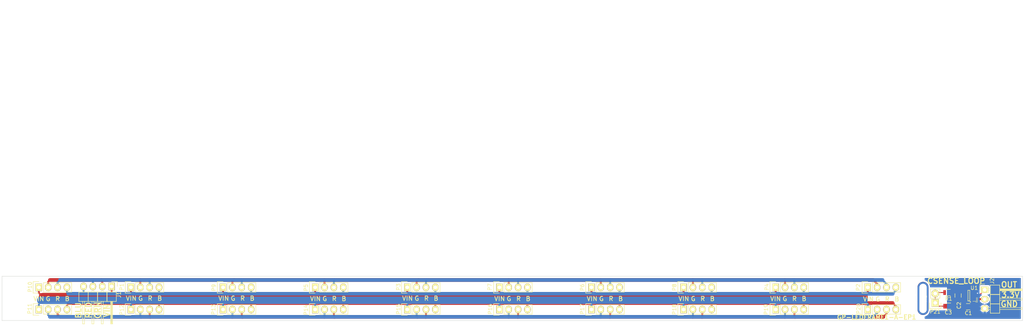
<source format=kicad_pcb>
(kicad_pcb (version 4) (host pcbnew 4.0.4-stable)

  (general
    (links 89)
    (no_connects 0)
    (area 19.325 63 297.615001 152.652381)
    (thickness 1.6)
    (drawings 58)
    (tracks 435)
    (zones 0)
    (modules 31)
    (nets 15)
  )

  (page A4)
  (layers
    (0 F.Cu mixed)
    (31 B.Cu mixed)
    (32 B.Adhes user)
    (33 F.Adhes user)
    (34 B.Paste user)
    (35 F.Paste user)
    (36 B.SilkS user)
    (37 F.SilkS user)
    (38 B.Mask user)
    (39 F.Mask user)
    (40 Dwgs.User user)
    (41 Cmts.User user)
    (42 Eco1.User user)
    (43 Eco2.User user)
    (44 Edge.Cuts user)
    (45 Margin user)
    (46 B.CrtYd user)
    (47 F.CrtYd user)
    (48 B.Fab user)
    (49 F.Fab user)
  )

  (setup
    (last_trace_width 0.15)
    (user_trace_width 0.25)
    (user_trace_width 0.5)
    (user_trace_width 1)
    (user_trace_width 1.5)
    (user_trace_width 2)
    (user_trace_width 2.5)
    (user_trace_width 4)
    (user_trace_width 6)
    (trace_clearance 0.2)
    (zone_clearance 0.4)
    (zone_45_only yes)
    (trace_min 0.15)
    (segment_width 0.1)
    (edge_width 0.1)
    (via_size 0.5)
    (via_drill 0.3)
    (via_min_size 0.5)
    (via_min_drill 0.3)
    (uvia_size 0.3)
    (uvia_drill 0.1)
    (uvias_allowed no)
    (uvia_min_size 0.2)
    (uvia_min_drill 0.1)
    (pcb_text_width 0.3)
    (pcb_text_size 1.5 1.5)
    (mod_edge_width 0.15)
    (mod_text_size 1 1)
    (mod_text_width 0.15)
    (pad_size 1.5 1.5)
    (pad_drill 0.6)
    (pad_to_mask_clearance 0)
    (aux_axis_origin 0 0)
    (visible_elements 7FFEFFFF)
    (pcbplotparams
      (layerselection 0x010ff_80000001)
      (usegerberextensions false)
      (excludeedgelayer true)
      (linewidth 0.100000)
      (plotframeref false)
      (viasonmask false)
      (mode 1)
      (useauxorigin false)
      (hpglpennumber 1)
      (hpglpenspeed 20)
      (hpglpendiameter 15)
      (hpglpenoverlay 2)
      (psnegative false)
      (psa4output false)
      (plotreference true)
      (plotvalue false)
      (plotinvisibletext false)
      (padsonsilk false)
      (subtractmaskfromsilk true)
      (outputformat 1)
      (mirror false)
      (drillshape 0)
      (scaleselection 1)
      (outputdirectory prod/))
  )

  (net 0 "")
  (net 1 GND)
  (net 2 /P3V3)
  (net 3 /DRIVE_VIN)
  (net 4 /DRIVE0_A)
  (net 5 /DRIVE0_B)
  (net 6 /DRIVE0_C)
  (net 7 /ADC0)
  (net 8 "Net-(C2-Pad1)")
  (net 9 "Net-(C2-Pad2)")
  (net 10 "Net-(C3-Pad1)")
  (net 11 "Net-(P11-Pad1)")
  (net 12 "Net-(P11-Pad2)")
  (net 13 "Net-(P11-Pad3)")
  (net 14 "Net-(P11-Pad4)")

  (net_class Default "This is the default net class."
    (clearance 0.2)
    (trace_width 0.15)
    (via_dia 0.5)
    (via_drill 0.3)
    (uvia_dia 0.3)
    (uvia_drill 0.1)
    (add_net /ADC0)
    (add_net /DRIVE0_A)
    (add_net /DRIVE0_B)
    (add_net /DRIVE0_C)
    (add_net /DRIVE_VIN)
    (add_net /P3V3)
    (add_net GND)
    (add_net "Net-(C2-Pad1)")
    (add_net "Net-(C2-Pad2)")
    (add_net "Net-(C3-Pad1)")
    (add_net "Net-(P11-Pad1)")
    (add_net "Net-(P11-Pad2)")
    (add_net "Net-(P11-Pad3)")
    (add_net "Net-(P11-Pad4)")
  )

  (module Resistors_SMD:R_0805 (layer F.Cu) (tedit 58994A95) (tstamp 58989EB7)
    (at 276.81 142.41)
    (descr "Resistor SMD 0805, reflow soldering, Vishay (see dcrcw.pdf)")
    (tags "resistor 0805")
    (path /589858F8)
    (attr smd)
    (fp_text reference R1 (at 0.13 1.66) (layer F.SilkS)
      (effects (font (size 1 1) (thickness 0.15)))
    )
    (fp_text value R (at 0 2.1) (layer F.Fab)
      (effects (font (size 1 1) (thickness 0.15)))
    )
    (fp_line (start -1.6 -1) (end 1.6 -1) (layer F.CrtYd) (width 0.05))
    (fp_line (start -1.6 1) (end 1.6 1) (layer F.CrtYd) (width 0.05))
    (fp_line (start -1.6 -1) (end -1.6 1) (layer F.CrtYd) (width 0.05))
    (fp_line (start 1.6 -1) (end 1.6 1) (layer F.CrtYd) (width 0.05))
    (fp_line (start 0.6 0.875) (end -0.6 0.875) (layer F.SilkS) (width 0.15))
    (fp_line (start -0.6 -0.875) (end 0.6 -0.875) (layer F.SilkS) (width 0.15))
    (pad 1 smd rect (at -0.95 0) (size 0.7 1.3) (layers F.Cu F.Paste F.Mask)
      (net 10 "Net-(C3-Pad1)"))
    (pad 2 smd rect (at 0.95 0) (size 0.7 1.3) (layers F.Cu F.Paste F.Mask)
      (net 8 "Net-(C2-Pad1)"))
    (model Resistors_SMD.3dshapes/R_0805.wrl
      (at (xyz 0 0 0))
      (scale (xyz 1 1 1))
      (rotate (xyz 0 0 0))
    )
  )

  (module Pin_Headers:Pin_Header_Straight_1x04 (layer F.Cu) (tedit 58984A07) (tstamp 58983815)
    (at 255 147 90)
    (descr "Through hole pin header")
    (tags "pin header")
    (path /5898393D)
    (fp_text reference P20 (at 0.2 -2.5 90) (layer F.SilkS)
      (effects (font (size 1 1) (thickness 0.15)))
    )
    (fp_text value 1X4_LED_PADS (at 0 -3.1 90) (layer F.Fab)
      (effects (font (size 1 1) (thickness 0.15)))
    )
    (fp_line (start -1.75 -1.75) (end -1.75 9.4) (layer F.CrtYd) (width 0.05))
    (fp_line (start 1.75 -1.75) (end 1.75 9.4) (layer F.CrtYd) (width 0.05))
    (fp_line (start -1.75 -1.75) (end 1.75 -1.75) (layer F.CrtYd) (width 0.05))
    (fp_line (start -1.75 9.4) (end 1.75 9.4) (layer F.CrtYd) (width 0.05))
    (fp_line (start -1.27 1.27) (end -1.27 8.89) (layer F.SilkS) (width 0.15))
    (fp_line (start 1.27 1.27) (end 1.27 8.89) (layer F.SilkS) (width 0.15))
    (fp_line (start 1.55 -1.55) (end 1.55 0) (layer F.SilkS) (width 0.15))
    (fp_line (start -1.27 8.89) (end 1.27 8.89) (layer F.SilkS) (width 0.15))
    (fp_line (start 1.27 1.27) (end -1.27 1.27) (layer F.SilkS) (width 0.15))
    (fp_line (start -1.55 0) (end -1.55 -1.55) (layer F.SilkS) (width 0.15))
    (fp_line (start -1.55 -1.55) (end 1.55 -1.55) (layer F.SilkS) (width 0.15))
    (pad 1 thru_hole rect (at 0 0 90) (size 2.032 1.7272) (drill 1.016) (layers *.Cu *.Mask F.SilkS)
      (net 11 "Net-(P11-Pad1)"))
    (pad 2 thru_hole oval (at 0 2.54 90) (size 2.032 1.7272) (drill 1.016) (layers *.Cu *.Mask F.SilkS)
      (net 12 "Net-(P11-Pad2)"))
    (pad 3 thru_hole oval (at 0 5.08 90) (size 2.032 1.7272) (drill 1.016) (layers *.Cu *.Mask F.SilkS)
      (net 13 "Net-(P11-Pad3)"))
    (pad 4 thru_hole oval (at 0 7.62 90) (size 2.032 1.7272) (drill 1.016) (layers *.Cu *.Mask F.SilkS)
      (net 14 "Net-(P11-Pad4)"))
    (model Pin_Headers.3dshapes/Pin_Header_Straight_1x04.wrl
      (at (xyz 0 -0.15 0))
      (scale (xyz 1 1 1))
      (rotate (xyz 0 0 90))
    )
  )

  (module proj_footprints:SOT-23-6 (layer F.Cu) (tedit 58994A83) (tstamp 5898382B)
    (at 282.44 143.24 180)
    (descr "6-pin SOT-23 package")
    (tags SOT-23-6)
    (path /58985510)
    (attr smd)
    (fp_text reference U1 (at -1.45 2.09 180) (layer F.SilkS)
      (effects (font (size 1 1) (thickness 0.15)))
    )
    (fp_text value AT42QT1011 (at 0 2.9 180) (layer F.Fab)
      (effects (font (size 1 1) (thickness 0.15)))
    )
    (fp_circle (center -0.4 -1.7) (end -0.3 -1.7) (layer F.SilkS) (width 0.15))
    (fp_line (start 0.25 -1.45) (end -0.25 -1.45) (layer F.SilkS) (width 0.15))
    (fp_line (start 0.25 1.45) (end 0.25 -1.45) (layer F.SilkS) (width 0.15))
    (fp_line (start -0.25 1.45) (end 0.25 1.45) (layer F.SilkS) (width 0.15))
    (fp_line (start -0.25 -1.45) (end -0.25 1.45) (layer F.SilkS) (width 0.15))
    (pad 1 smd rect (at -1.1 -0.95 180) (size 1.06 0.65) (layers F.Cu F.Paste F.Mask)
      (net 7 /ADC0))
    (pad 2 smd rect (at -1.1 0 180) (size 1.06 0.65) (layers F.Cu F.Paste F.Mask)
      (net 1 GND))
    (pad 3 smd rect (at -1.1 0.95 180) (size 1.06 0.65) (layers F.Cu F.Paste F.Mask)
      (net 8 "Net-(C2-Pad1)"))
    (pad 4 smd rect (at 1.1 0.95 180) (size 1.06 0.65) (layers F.Cu F.Paste F.Mask)
      (net 9 "Net-(C2-Pad2)"))
    (pad 6 smd rect (at 1.1 -0.95 180) (size 1.06 0.65) (layers F.Cu F.Paste F.Mask)
      (net 2 /P3V3))
    (pad 5 smd rect (at 1.1 0 180) (size 1.06 0.65) (layers F.Cu F.Paste F.Mask)
      (net 2 /P3V3))
    (model TO_SOT_Packages_SMD.3dshapes/SOT-23-6.wrl
      (at (xyz 0 0 0))
      (scale (xyz 1 1 1))
      (rotate (xyz 0 0 0))
    )
  )

  (module proj_footprints:NPTH_3mm_ID (layer F.Cu) (tedit 58983B95) (tstamp 58983761)
    (at 23 144 90)
    (path /589829EC)
    (fp_text reference H1 (at 0.1 0 90) (layer F.SilkS)
      (effects (font (size 1 1) (thickness 0.15)))
    )
    (fp_text value 3mm_Mounting_Hole (at 0 -2.7 90) (layer F.Fab)
      (effects (font (size 1 1) (thickness 0.15)))
    )
    (pad "" np_thru_hole circle (at 0 0 90) (size 3 3) (drill 3) (layers *.Cu *.Mask))
  )

  (module proj_footprints:NPTH_3mm_ID (layer F.Cu) (tedit 58983C56) (tstamp 58983766)
    (at 266.5 144 90)
    (path /58982A2B)
    (fp_text reference H2 (at 0 0.1 90) (layer F.SilkS)
      (effects (font (size 1 1) (thickness 0.15)))
    )
    (fp_text value 3mm_Mounting_Hole (at 0 -2.7 90) (layer F.Fab)
      (effects (font (size 1 1) (thickness 0.15)))
    )
    (pad "" np_thru_hole circle (at 0 0 90) (size 3 3) (drill 3) (layers *.Cu *.Mask))
  )

  (module Pin_Headers:Pin_Header_Angled_1x04 (layer F.Cu) (tedit 58994657) (tstamp 5898376E)
    (at 49.75 140.75 270)
    (descr "Through hole pin header")
    (tags "pin header")
    (path /5814C964)
    (fp_text reference J1 (at 2.25 -2 270) (layer F.SilkS)
      (effects (font (size 1 1) (thickness 0.15)))
    )
    (fp_text value PH1X4RAFL (at 0 -3.1 270) (layer F.Fab)
      (effects (font (size 1 1) (thickness 0.15)))
    )
    (fp_line (start -1.5 -1.75) (end -1.5 9.4) (layer F.CrtYd) (width 0.05))
    (fp_line (start 10.65 -1.75) (end 10.65 9.4) (layer F.CrtYd) (width 0.05))
    (fp_line (start -1.5 -1.75) (end 10.65 -1.75) (layer F.CrtYd) (width 0.05))
    (fp_line (start -1.5 9.4) (end 10.65 9.4) (layer F.CrtYd) (width 0.05))
    (fp_line (start -1.3 -1.55) (end -1.3 0) (layer F.SilkS) (width 0.15))
    (fp_line (start 0 -1.55) (end -1.3 -1.55) (layer F.SilkS) (width 0.15))
    (fp_line (start 4.191 -0.127) (end 10.033 -0.127) (layer F.SilkS) (width 0.15))
    (fp_line (start 10.033 -0.127) (end 10.033 0.127) (layer F.SilkS) (width 0.15))
    (fp_line (start 10.033 0.127) (end 4.191 0.127) (layer F.SilkS) (width 0.15))
    (fp_line (start 4.191 0.127) (end 4.191 0) (layer F.SilkS) (width 0.15))
    (fp_line (start 4.191 0) (end 10.033 0) (layer F.SilkS) (width 0.15))
    (fp_line (start 1.524 -0.254) (end 1.143 -0.254) (layer F.SilkS) (width 0.15))
    (fp_line (start 1.524 0.254) (end 1.143 0.254) (layer F.SilkS) (width 0.15))
    (fp_line (start 1.524 2.286) (end 1.143 2.286) (layer F.SilkS) (width 0.15))
    (fp_line (start 1.524 2.794) (end 1.143 2.794) (layer F.SilkS) (width 0.15))
    (fp_line (start 1.524 4.826) (end 1.143 4.826) (layer F.SilkS) (width 0.15))
    (fp_line (start 1.524 5.334) (end 1.143 5.334) (layer F.SilkS) (width 0.15))
    (fp_line (start 1.524 7.874) (end 1.143 7.874) (layer F.SilkS) (width 0.15))
    (fp_line (start 1.524 7.366) (end 1.143 7.366) (layer F.SilkS) (width 0.15))
    (fp_line (start 1.524 -1.27) (end 4.064 -1.27) (layer F.SilkS) (width 0.15))
    (fp_line (start 1.524 1.27) (end 4.064 1.27) (layer F.SilkS) (width 0.15))
    (fp_line (start 1.524 1.27) (end 1.524 3.81) (layer F.SilkS) (width 0.15))
    (fp_line (start 1.524 3.81) (end 4.064 3.81) (layer F.SilkS) (width 0.15))
    (fp_line (start 4.064 2.286) (end 10.16 2.286) (layer F.SilkS) (width 0.15))
    (fp_line (start 10.16 2.286) (end 10.16 2.794) (layer F.SilkS) (width 0.15))
    (fp_line (start 10.16 2.794) (end 4.064 2.794) (layer F.SilkS) (width 0.15))
    (fp_line (start 4.064 3.81) (end 4.064 1.27) (layer F.SilkS) (width 0.15))
    (fp_line (start 4.064 1.27) (end 4.064 -1.27) (layer F.SilkS) (width 0.15))
    (fp_line (start 10.16 0.254) (end 4.064 0.254) (layer F.SilkS) (width 0.15))
    (fp_line (start 10.16 -0.254) (end 10.16 0.254) (layer F.SilkS) (width 0.15))
    (fp_line (start 4.064 -0.254) (end 10.16 -0.254) (layer F.SilkS) (width 0.15))
    (fp_line (start 1.524 1.27) (end 4.064 1.27) (layer F.SilkS) (width 0.15))
    (fp_line (start 1.524 -1.27) (end 1.524 1.27) (layer F.SilkS) (width 0.15))
    (fp_line (start 1.524 6.35) (end 4.064 6.35) (layer F.SilkS) (width 0.15))
    (fp_line (start 1.524 6.35) (end 1.524 8.89) (layer F.SilkS) (width 0.15))
    (fp_line (start 1.524 8.89) (end 4.064 8.89) (layer F.SilkS) (width 0.15))
    (fp_line (start 4.064 7.366) (end 10.16 7.366) (layer F.SilkS) (width 0.15))
    (fp_line (start 10.16 7.366) (end 10.16 7.874) (layer F.SilkS) (width 0.15))
    (fp_line (start 10.16 7.874) (end 4.064 7.874) (layer F.SilkS) (width 0.15))
    (fp_line (start 4.064 8.89) (end 4.064 6.35) (layer F.SilkS) (width 0.15))
    (fp_line (start 4.064 6.35) (end 4.064 3.81) (layer F.SilkS) (width 0.15))
    (fp_line (start 10.16 5.334) (end 4.064 5.334) (layer F.SilkS) (width 0.15))
    (fp_line (start 10.16 4.826) (end 10.16 5.334) (layer F.SilkS) (width 0.15))
    (fp_line (start 4.064 4.826) (end 10.16 4.826) (layer F.SilkS) (width 0.15))
    (fp_line (start 1.524 6.35) (end 4.064 6.35) (layer F.SilkS) (width 0.15))
    (fp_line (start 1.524 3.81) (end 1.524 6.35) (layer F.SilkS) (width 0.15))
    (fp_line (start 1.524 3.81) (end 4.064 3.81) (layer F.SilkS) (width 0.15))
    (pad 1 thru_hole rect (at 0 0 270) (size 2.032 1.7272) (drill 1.016) (layers *.Cu *.Mask F.SilkS)
      (net 3 /DRIVE_VIN))
    (pad 2 thru_hole oval (at 0 2.54 270) (size 2.032 1.7272) (drill 1.016) (layers *.Cu *.Mask F.SilkS)
      (net 6 /DRIVE0_C))
    (pad 3 thru_hole oval (at 0 5.08 270) (size 2.032 1.7272) (drill 1.016) (layers *.Cu *.Mask F.SilkS)
      (net 5 /DRIVE0_B))
    (pad 4 thru_hole oval (at 0 7.62 270) (size 2.032 1.7272) (drill 1.016) (layers *.Cu *.Mask F.SilkS)
      (net 4 /DRIVE0_A))
    (model Pin_Headers.3dshapes/Pin_Header_Angled_1x04.wrl
      (at (xyz 0 -0.15 0))
      (scale (xyz 1 1 1))
      (rotate (xyz 0 0 90))
    )
  )

  (module Pin_Headers:Pin_Header_Angled_1x03 (layer F.Cu) (tedit 58994683) (tstamp 58983775)
    (at 286.74 141.66)
    (descr "Through hole pin header")
    (tags "pin header")
    (path /58987911)
    (fp_text reference J2 (at 2.01 -2.41 90) (layer F.SilkS)
      (effects (font (size 1 1) (thickness 0.15)))
    )
    (fp_text value PH1X3RAFL (at 0 -3.1) (layer F.Fab)
      (effects (font (size 1 1) (thickness 0.15)))
    )
    (fp_line (start -1.5 -1.75) (end -1.5 6.85) (layer F.CrtYd) (width 0.05))
    (fp_line (start 10.65 -1.75) (end 10.65 6.85) (layer F.CrtYd) (width 0.05))
    (fp_line (start -1.5 -1.75) (end 10.65 -1.75) (layer F.CrtYd) (width 0.05))
    (fp_line (start -1.5 6.85) (end 10.65 6.85) (layer F.CrtYd) (width 0.05))
    (fp_line (start -1.3 -1.55) (end -1.3 0) (layer F.SilkS) (width 0.15))
    (fp_line (start 0 -1.55) (end -1.3 -1.55) (layer F.SilkS) (width 0.15))
    (fp_line (start 4.191 -0.127) (end 10.033 -0.127) (layer F.SilkS) (width 0.15))
    (fp_line (start 10.033 -0.127) (end 10.033 0.127) (layer F.SilkS) (width 0.15))
    (fp_line (start 10.033 0.127) (end 4.191 0.127) (layer F.SilkS) (width 0.15))
    (fp_line (start 4.191 0.127) (end 4.191 0) (layer F.SilkS) (width 0.15))
    (fp_line (start 4.191 0) (end 10.033 0) (layer F.SilkS) (width 0.15))
    (fp_line (start 1.524 -0.254) (end 1.143 -0.254) (layer F.SilkS) (width 0.15))
    (fp_line (start 1.524 0.254) (end 1.143 0.254) (layer F.SilkS) (width 0.15))
    (fp_line (start 1.524 2.286) (end 1.143 2.286) (layer F.SilkS) (width 0.15))
    (fp_line (start 1.524 2.794) (end 1.143 2.794) (layer F.SilkS) (width 0.15))
    (fp_line (start 1.524 4.826) (end 1.143 4.826) (layer F.SilkS) (width 0.15))
    (fp_line (start 1.524 5.334) (end 1.143 5.334) (layer F.SilkS) (width 0.15))
    (fp_line (start 4.064 1.27) (end 4.064 -1.27) (layer F.SilkS) (width 0.15))
    (fp_line (start 10.16 0.254) (end 4.064 0.254) (layer F.SilkS) (width 0.15))
    (fp_line (start 10.16 -0.254) (end 10.16 0.254) (layer F.SilkS) (width 0.15))
    (fp_line (start 4.064 -0.254) (end 10.16 -0.254) (layer F.SilkS) (width 0.15))
    (fp_line (start 1.524 1.27) (end 4.064 1.27) (layer F.SilkS) (width 0.15))
    (fp_line (start 1.524 -1.27) (end 1.524 1.27) (layer F.SilkS) (width 0.15))
    (fp_line (start 1.524 -1.27) (end 4.064 -1.27) (layer F.SilkS) (width 0.15))
    (fp_line (start 1.524 3.81) (end 4.064 3.81) (layer F.SilkS) (width 0.15))
    (fp_line (start 1.524 3.81) (end 1.524 6.35) (layer F.SilkS) (width 0.15))
    (fp_line (start 4.064 4.826) (end 10.16 4.826) (layer F.SilkS) (width 0.15))
    (fp_line (start 10.16 4.826) (end 10.16 5.334) (layer F.SilkS) (width 0.15))
    (fp_line (start 10.16 5.334) (end 4.064 5.334) (layer F.SilkS) (width 0.15))
    (fp_line (start 4.064 6.35) (end 4.064 3.81) (layer F.SilkS) (width 0.15))
    (fp_line (start 4.064 3.81) (end 4.064 1.27) (layer F.SilkS) (width 0.15))
    (fp_line (start 10.16 2.794) (end 4.064 2.794) (layer F.SilkS) (width 0.15))
    (fp_line (start 10.16 2.286) (end 10.16 2.794) (layer F.SilkS) (width 0.15))
    (fp_line (start 4.064 2.286) (end 10.16 2.286) (layer F.SilkS) (width 0.15))
    (fp_line (start 1.524 3.81) (end 4.064 3.81) (layer F.SilkS) (width 0.15))
    (fp_line (start 1.524 1.27) (end 1.524 3.81) (layer F.SilkS) (width 0.15))
    (fp_line (start 1.524 1.27) (end 4.064 1.27) (layer F.SilkS) (width 0.15))
    (fp_line (start 1.524 6.35) (end 4.064 6.35) (layer F.SilkS) (width 0.15))
    (pad 1 thru_hole rect (at 0 0) (size 2.032 1.7272) (drill 1.016) (layers *.Cu *.Mask F.SilkS)
      (net 7 /ADC0))
    (pad 2 thru_hole oval (at 0 2.54) (size 2.032 1.7272) (drill 1.016) (layers *.Cu *.Mask F.SilkS)
      (net 2 /P3V3))
    (pad 3 thru_hole oval (at 0 5.08) (size 2.032 1.7272) (drill 1.016) (layers *.Cu *.Mask F.SilkS)
      (net 1 GND))
    (model Pin_Headers.3dshapes/Pin_Header_Angled_1x03.wrl
      (at (xyz 0 -0.1 0))
      (scale (xyz 1 1 1))
      (rotate (xyz 0 0 90))
    )
  )

  (module Pin_Headers:Pin_Header_Straight_1x04 (layer F.Cu) (tedit 58983BA2) (tstamp 5898377D)
    (at 55 141 90)
    (descr "Through hole pin header")
    (tags "pin header")
    (path /58982AFE)
    (fp_text reference P1 (at 0.1 -2.5 90) (layer F.SilkS)
      (effects (font (size 1 1) (thickness 0.15)))
    )
    (fp_text value 1X4_LED_PADS (at 0 -3.1 90) (layer F.Fab)
      (effects (font (size 1 1) (thickness 0.15)))
    )
    (fp_line (start -1.75 -1.75) (end -1.75 9.4) (layer F.CrtYd) (width 0.05))
    (fp_line (start 1.75 -1.75) (end 1.75 9.4) (layer F.CrtYd) (width 0.05))
    (fp_line (start -1.75 -1.75) (end 1.75 -1.75) (layer F.CrtYd) (width 0.05))
    (fp_line (start -1.75 9.4) (end 1.75 9.4) (layer F.CrtYd) (width 0.05))
    (fp_line (start -1.27 1.27) (end -1.27 8.89) (layer F.SilkS) (width 0.15))
    (fp_line (start 1.27 1.27) (end 1.27 8.89) (layer F.SilkS) (width 0.15))
    (fp_line (start 1.55 -1.55) (end 1.55 0) (layer F.SilkS) (width 0.15))
    (fp_line (start -1.27 8.89) (end 1.27 8.89) (layer F.SilkS) (width 0.15))
    (fp_line (start 1.27 1.27) (end -1.27 1.27) (layer F.SilkS) (width 0.15))
    (fp_line (start -1.55 0) (end -1.55 -1.55) (layer F.SilkS) (width 0.15))
    (fp_line (start -1.55 -1.55) (end 1.55 -1.55) (layer F.SilkS) (width 0.15))
    (pad 1 thru_hole rect (at 0 0 90) (size 2.032 1.7272) (drill 1.016) (layers *.Cu *.Mask F.SilkS)
      (net 3 /DRIVE_VIN))
    (pad 2 thru_hole oval (at 0 2.54 90) (size 2.032 1.7272) (drill 1.016) (layers *.Cu *.Mask F.SilkS)
      (net 6 /DRIVE0_C))
    (pad 3 thru_hole oval (at 0 5.08 90) (size 2.032 1.7272) (drill 1.016) (layers *.Cu *.Mask F.SilkS)
      (net 5 /DRIVE0_B))
    (pad 4 thru_hole oval (at 0 7.62 90) (size 2.032 1.7272) (drill 1.016) (layers *.Cu *.Mask F.SilkS)
      (net 4 /DRIVE0_A))
    (model Pin_Headers.3dshapes/Pin_Header_Straight_1x04.wrl
      (at (xyz 0 -0.15 0))
      (scale (xyz 1 1 1))
      (rotate (xyz 0 0 90))
    )
  )

  (module Pin_Headers:Pin_Header_Straight_1x04 (layer F.Cu) (tedit 58984A04) (tstamp 58983785)
    (at 255 141 90)
    (descr "Through hole pin header")
    (tags "pin header")
    (path /58982C98)
    (fp_text reference P2 (at 0 -2.6 90) (layer F.SilkS)
      (effects (font (size 1 1) (thickness 0.15)))
    )
    (fp_text value 1X4_LED_PADS (at 0 -3.1 90) (layer F.Fab)
      (effects (font (size 1 1) (thickness 0.15)))
    )
    (fp_line (start -1.75 -1.75) (end -1.75 9.4) (layer F.CrtYd) (width 0.05))
    (fp_line (start 1.75 -1.75) (end 1.75 9.4) (layer F.CrtYd) (width 0.05))
    (fp_line (start -1.75 -1.75) (end 1.75 -1.75) (layer F.CrtYd) (width 0.05))
    (fp_line (start -1.75 9.4) (end 1.75 9.4) (layer F.CrtYd) (width 0.05))
    (fp_line (start -1.27 1.27) (end -1.27 8.89) (layer F.SilkS) (width 0.15))
    (fp_line (start 1.27 1.27) (end 1.27 8.89) (layer F.SilkS) (width 0.15))
    (fp_line (start 1.55 -1.55) (end 1.55 0) (layer F.SilkS) (width 0.15))
    (fp_line (start -1.27 8.89) (end 1.27 8.89) (layer F.SilkS) (width 0.15))
    (fp_line (start 1.27 1.27) (end -1.27 1.27) (layer F.SilkS) (width 0.15))
    (fp_line (start -1.55 0) (end -1.55 -1.55) (layer F.SilkS) (width 0.15))
    (fp_line (start -1.55 -1.55) (end 1.55 -1.55) (layer F.SilkS) (width 0.15))
    (pad 1 thru_hole rect (at 0 0 90) (size 2.032 1.7272) (drill 1.016) (layers *.Cu *.Mask F.SilkS)
      (net 3 /DRIVE_VIN))
    (pad 2 thru_hole oval (at 0 2.54 90) (size 2.032 1.7272) (drill 1.016) (layers *.Cu *.Mask F.SilkS)
      (net 6 /DRIVE0_C))
    (pad 3 thru_hole oval (at 0 5.08 90) (size 2.032 1.7272) (drill 1.016) (layers *.Cu *.Mask F.SilkS)
      (net 5 /DRIVE0_B))
    (pad 4 thru_hole oval (at 0 7.62 90) (size 2.032 1.7272) (drill 1.016) (layers *.Cu *.Mask F.SilkS)
      (net 4 /DRIVE0_A))
    (model Pin_Headers.3dshapes/Pin_Header_Straight_1x04.wrl
      (at (xyz 0 -0.15 0))
      (scale (xyz 1 1 1))
      (rotate (xyz 0 0 90))
    )
  )

  (module Pin_Headers:Pin_Header_Straight_1x04 (layer F.Cu) (tedit 58984A44) (tstamp 5898378D)
    (at 130 141 90)
    (descr "Through hole pin header")
    (tags "pin header")
    (path /58982CD8)
    (fp_text reference P3 (at 0.1 -2.4 90) (layer F.SilkS)
      (effects (font (size 1 1) (thickness 0.15)))
    )
    (fp_text value 1X4_LED_PADS (at 0 -3.1 90) (layer F.Fab)
      (effects (font (size 1 1) (thickness 0.15)))
    )
    (fp_line (start -1.75 -1.75) (end -1.75 9.4) (layer F.CrtYd) (width 0.05))
    (fp_line (start 1.75 -1.75) (end 1.75 9.4) (layer F.CrtYd) (width 0.05))
    (fp_line (start -1.75 -1.75) (end 1.75 -1.75) (layer F.CrtYd) (width 0.05))
    (fp_line (start -1.75 9.4) (end 1.75 9.4) (layer F.CrtYd) (width 0.05))
    (fp_line (start -1.27 1.27) (end -1.27 8.89) (layer F.SilkS) (width 0.15))
    (fp_line (start 1.27 1.27) (end 1.27 8.89) (layer F.SilkS) (width 0.15))
    (fp_line (start 1.55 -1.55) (end 1.55 0) (layer F.SilkS) (width 0.15))
    (fp_line (start -1.27 8.89) (end 1.27 8.89) (layer F.SilkS) (width 0.15))
    (fp_line (start 1.27 1.27) (end -1.27 1.27) (layer F.SilkS) (width 0.15))
    (fp_line (start -1.55 0) (end -1.55 -1.55) (layer F.SilkS) (width 0.15))
    (fp_line (start -1.55 -1.55) (end 1.55 -1.55) (layer F.SilkS) (width 0.15))
    (pad 1 thru_hole rect (at 0 0 90) (size 2.032 1.7272) (drill 1.016) (layers *.Cu *.Mask F.SilkS)
      (net 3 /DRIVE_VIN))
    (pad 2 thru_hole oval (at 0 2.54 90) (size 2.032 1.7272) (drill 1.016) (layers *.Cu *.Mask F.SilkS)
      (net 6 /DRIVE0_C))
    (pad 3 thru_hole oval (at 0 5.08 90) (size 2.032 1.7272) (drill 1.016) (layers *.Cu *.Mask F.SilkS)
      (net 5 /DRIVE0_B))
    (pad 4 thru_hole oval (at 0 7.62 90) (size 2.032 1.7272) (drill 1.016) (layers *.Cu *.Mask F.SilkS)
      (net 4 /DRIVE0_A))
    (model Pin_Headers.3dshapes/Pin_Header_Straight_1x04.wrl
      (at (xyz 0 -0.15 0))
      (scale (xyz 1 1 1))
      (rotate (xyz 0 0 90))
    )
  )

  (module Pin_Headers:Pin_Header_Straight_1x04 (layer F.Cu) (tedit 589893FD) (tstamp 58983795)
    (at 230 141 90)
    (descr "Through hole pin header")
    (tags "pin header")
    (path /58982D15)
    (fp_text reference P4 (at 0.1 -2.4 90) (layer F.SilkS)
      (effects (font (size 1 1) (thickness 0.15)))
    )
    (fp_text value 1X4_LED_PADS (at 0 -3.1 90) (layer F.Fab)
      (effects (font (size 1 1) (thickness 0.15)))
    )
    (fp_line (start -1.75 -1.75) (end -1.75 9.4) (layer F.CrtYd) (width 0.05))
    (fp_line (start 1.75 -1.75) (end 1.75 9.4) (layer F.CrtYd) (width 0.05))
    (fp_line (start -1.75 -1.75) (end 1.75 -1.75) (layer F.CrtYd) (width 0.05))
    (fp_line (start -1.75 9.4) (end 1.75 9.4) (layer F.CrtYd) (width 0.05))
    (fp_line (start -1.27 1.27) (end -1.27 8.89) (layer F.SilkS) (width 0.15))
    (fp_line (start 1.27 1.27) (end 1.27 8.89) (layer F.SilkS) (width 0.15))
    (fp_line (start 1.55 -1.55) (end 1.55 0) (layer F.SilkS) (width 0.15))
    (fp_line (start -1.27 8.89) (end 1.27 8.89) (layer F.SilkS) (width 0.15))
    (fp_line (start 1.27 1.27) (end -1.27 1.27) (layer F.SilkS) (width 0.15))
    (fp_line (start -1.55 0) (end -1.55 -1.55) (layer F.SilkS) (width 0.15))
    (fp_line (start -1.55 -1.55) (end 1.55 -1.55) (layer F.SilkS) (width 0.15))
    (pad 1 thru_hole rect (at 0 0 90) (size 2.032 1.7272) (drill 1.016) (layers *.Cu *.Mask F.SilkS)
      (net 3 /DRIVE_VIN))
    (pad 2 thru_hole oval (at 0 2.54 90) (size 2.032 1.7272) (drill 1.016) (layers *.Cu *.Mask F.SilkS)
      (net 6 /DRIVE0_C))
    (pad 3 thru_hole oval (at 0 5.08 90) (size 2.032 1.7272) (drill 1.016) (layers *.Cu *.Mask F.SilkS)
      (net 5 /DRIVE0_B))
    (pad 4 thru_hole oval (at 0 7.62 90) (size 2.032 1.7272) (drill 1.016) (layers *.Cu *.Mask F.SilkS)
      (net 4 /DRIVE0_A))
    (model Pin_Headers.3dshapes/Pin_Header_Straight_1x04.wrl
      (at (xyz 0 -0.15 0))
      (scale (xyz 1 1 1))
      (rotate (xyz 0 0 90))
    )
  )

  (module Pin_Headers:Pin_Header_Straight_1x04 (layer F.Cu) (tedit 58984A3B) (tstamp 5898379D)
    (at 105 141 90)
    (descr "Through hole pin header")
    (tags "pin header")
    (path /58982D6D)
    (fp_text reference P5 (at -0.1 -2.5 90) (layer F.SilkS)
      (effects (font (size 1 1) (thickness 0.15)))
    )
    (fp_text value 1X4_LED_PADS (at 0 -3.1 90) (layer F.Fab)
      (effects (font (size 1 1) (thickness 0.15)))
    )
    (fp_line (start -1.75 -1.75) (end -1.75 9.4) (layer F.CrtYd) (width 0.05))
    (fp_line (start 1.75 -1.75) (end 1.75 9.4) (layer F.CrtYd) (width 0.05))
    (fp_line (start -1.75 -1.75) (end 1.75 -1.75) (layer F.CrtYd) (width 0.05))
    (fp_line (start -1.75 9.4) (end 1.75 9.4) (layer F.CrtYd) (width 0.05))
    (fp_line (start -1.27 1.27) (end -1.27 8.89) (layer F.SilkS) (width 0.15))
    (fp_line (start 1.27 1.27) (end 1.27 8.89) (layer F.SilkS) (width 0.15))
    (fp_line (start 1.55 -1.55) (end 1.55 0) (layer F.SilkS) (width 0.15))
    (fp_line (start -1.27 8.89) (end 1.27 8.89) (layer F.SilkS) (width 0.15))
    (fp_line (start 1.27 1.27) (end -1.27 1.27) (layer F.SilkS) (width 0.15))
    (fp_line (start -1.55 0) (end -1.55 -1.55) (layer F.SilkS) (width 0.15))
    (fp_line (start -1.55 -1.55) (end 1.55 -1.55) (layer F.SilkS) (width 0.15))
    (pad 1 thru_hole rect (at 0 0 90) (size 2.032 1.7272) (drill 1.016) (layers *.Cu *.Mask F.SilkS)
      (net 3 /DRIVE_VIN))
    (pad 2 thru_hole oval (at 0 2.54 90) (size 2.032 1.7272) (drill 1.016) (layers *.Cu *.Mask F.SilkS)
      (net 6 /DRIVE0_C))
    (pad 3 thru_hole oval (at 0 5.08 90) (size 2.032 1.7272) (drill 1.016) (layers *.Cu *.Mask F.SilkS)
      (net 5 /DRIVE0_B))
    (pad 4 thru_hole oval (at 0 7.62 90) (size 2.032 1.7272) (drill 1.016) (layers *.Cu *.Mask F.SilkS)
      (net 4 /DRIVE0_A))
    (model Pin_Headers.3dshapes/Pin_Header_Straight_1x04.wrl
      (at (xyz 0 -0.15 0))
      (scale (xyz 1 1 1))
      (rotate (xyz 0 0 90))
    )
  )

  (module Pin_Headers:Pin_Header_Straight_1x04 (layer F.Cu) (tedit 589849F2) (tstamp 589837A5)
    (at 180 141 90)
    (descr "Through hole pin header")
    (tags "pin header")
    (path /58982DB0)
    (fp_text reference P6 (at 0 -2.5 90) (layer F.SilkS)
      (effects (font (size 1 1) (thickness 0.15)))
    )
    (fp_text value 1X4_LED_PADS (at 0 -3.1 90) (layer F.Fab)
      (effects (font (size 1 1) (thickness 0.15)))
    )
    (fp_line (start -1.75 -1.75) (end -1.75 9.4) (layer F.CrtYd) (width 0.05))
    (fp_line (start 1.75 -1.75) (end 1.75 9.4) (layer F.CrtYd) (width 0.05))
    (fp_line (start -1.75 -1.75) (end 1.75 -1.75) (layer F.CrtYd) (width 0.05))
    (fp_line (start -1.75 9.4) (end 1.75 9.4) (layer F.CrtYd) (width 0.05))
    (fp_line (start -1.27 1.27) (end -1.27 8.89) (layer F.SilkS) (width 0.15))
    (fp_line (start 1.27 1.27) (end 1.27 8.89) (layer F.SilkS) (width 0.15))
    (fp_line (start 1.55 -1.55) (end 1.55 0) (layer F.SilkS) (width 0.15))
    (fp_line (start -1.27 8.89) (end 1.27 8.89) (layer F.SilkS) (width 0.15))
    (fp_line (start 1.27 1.27) (end -1.27 1.27) (layer F.SilkS) (width 0.15))
    (fp_line (start -1.55 0) (end -1.55 -1.55) (layer F.SilkS) (width 0.15))
    (fp_line (start -1.55 -1.55) (end 1.55 -1.55) (layer F.SilkS) (width 0.15))
    (pad 1 thru_hole rect (at 0 0 90) (size 2.032 1.7272) (drill 1.016) (layers *.Cu *.Mask F.SilkS)
      (net 3 /DRIVE_VIN))
    (pad 2 thru_hole oval (at 0 2.54 90) (size 2.032 1.7272) (drill 1.016) (layers *.Cu *.Mask F.SilkS)
      (net 6 /DRIVE0_C))
    (pad 3 thru_hole oval (at 0 5.08 90) (size 2.032 1.7272) (drill 1.016) (layers *.Cu *.Mask F.SilkS)
      (net 5 /DRIVE0_B))
    (pad 4 thru_hole oval (at 0 7.62 90) (size 2.032 1.7272) (drill 1.016) (layers *.Cu *.Mask F.SilkS)
      (net 4 /DRIVE0_A))
    (model Pin_Headers.3dshapes/Pin_Header_Straight_1x04.wrl
      (at (xyz 0 -0.15 0))
      (scale (xyz 1 1 1))
      (rotate (xyz 0 0 90))
    )
  )

  (module Pin_Headers:Pin_Header_Straight_1x04 (layer F.Cu) (tedit 589849FB) (tstamp 589837AD)
    (at 155 141 90)
    (descr "Through hole pin header")
    (tags "pin header")
    (path /58982DFA)
    (fp_text reference P7 (at 0.1 -2.6 90) (layer F.SilkS)
      (effects (font (size 1 1) (thickness 0.15)))
    )
    (fp_text value 1X4_LED_PADS (at 0 -3.1 90) (layer F.Fab)
      (effects (font (size 1 1) (thickness 0.15)))
    )
    (fp_line (start -1.75 -1.75) (end -1.75 9.4) (layer F.CrtYd) (width 0.05))
    (fp_line (start 1.75 -1.75) (end 1.75 9.4) (layer F.CrtYd) (width 0.05))
    (fp_line (start -1.75 -1.75) (end 1.75 -1.75) (layer F.CrtYd) (width 0.05))
    (fp_line (start -1.75 9.4) (end 1.75 9.4) (layer F.CrtYd) (width 0.05))
    (fp_line (start -1.27 1.27) (end -1.27 8.89) (layer F.SilkS) (width 0.15))
    (fp_line (start 1.27 1.27) (end 1.27 8.89) (layer F.SilkS) (width 0.15))
    (fp_line (start 1.55 -1.55) (end 1.55 0) (layer F.SilkS) (width 0.15))
    (fp_line (start -1.27 8.89) (end 1.27 8.89) (layer F.SilkS) (width 0.15))
    (fp_line (start 1.27 1.27) (end -1.27 1.27) (layer F.SilkS) (width 0.15))
    (fp_line (start -1.55 0) (end -1.55 -1.55) (layer F.SilkS) (width 0.15))
    (fp_line (start -1.55 -1.55) (end 1.55 -1.55) (layer F.SilkS) (width 0.15))
    (pad 1 thru_hole rect (at 0 0 90) (size 2.032 1.7272) (drill 1.016) (layers *.Cu *.Mask F.SilkS)
      (net 3 /DRIVE_VIN))
    (pad 2 thru_hole oval (at 0 2.54 90) (size 2.032 1.7272) (drill 1.016) (layers *.Cu *.Mask F.SilkS)
      (net 6 /DRIVE0_C))
    (pad 3 thru_hole oval (at 0 5.08 90) (size 2.032 1.7272) (drill 1.016) (layers *.Cu *.Mask F.SilkS)
      (net 5 /DRIVE0_B))
    (pad 4 thru_hole oval (at 0 7.62 90) (size 2.032 1.7272) (drill 1.016) (layers *.Cu *.Mask F.SilkS)
      (net 4 /DRIVE0_A))
    (model Pin_Headers.3dshapes/Pin_Header_Straight_1x04.wrl
      (at (xyz 0 -0.15 0))
      (scale (xyz 1 1 1))
      (rotate (xyz 0 0 90))
    )
  )

  (module Pin_Headers:Pin_Header_Straight_1x04 (layer F.Cu) (tedit 58994660) (tstamp 589837B5)
    (at 205 141 90)
    (descr "Through hole pin header")
    (tags "pin header")
    (path /58982E41)
    (fp_text reference P8 (at 0 -2.5 90) (layer F.SilkS)
      (effects (font (size 1 1) (thickness 0.15)))
    )
    (fp_text value 1X4_LED_PADS (at 0 -3.1 90) (layer F.Fab)
      (effects (font (size 1 1) (thickness 0.15)))
    )
    (fp_line (start -1.75 -1.75) (end -1.75 9.4) (layer F.CrtYd) (width 0.05))
    (fp_line (start 1.75 -1.75) (end 1.75 9.4) (layer F.CrtYd) (width 0.05))
    (fp_line (start -1.75 -1.75) (end 1.75 -1.75) (layer F.CrtYd) (width 0.05))
    (fp_line (start -1.75 9.4) (end 1.75 9.4) (layer F.CrtYd) (width 0.05))
    (fp_line (start -1.27 1.27) (end -1.27 8.89) (layer F.SilkS) (width 0.15))
    (fp_line (start 1.27 1.27) (end 1.27 8.89) (layer F.SilkS) (width 0.15))
    (fp_line (start 1.55 -1.55) (end 1.55 0) (layer F.SilkS) (width 0.15))
    (fp_line (start -1.27 8.89) (end 1.27 8.89) (layer F.SilkS) (width 0.15))
    (fp_line (start 1.27 1.27) (end -1.27 1.27) (layer F.SilkS) (width 0.15))
    (fp_line (start -1.55 0) (end -1.55 -1.55) (layer F.SilkS) (width 0.15))
    (fp_line (start -1.55 -1.55) (end 1.55 -1.55) (layer F.SilkS) (width 0.15))
    (pad 1 thru_hole rect (at 0 0 90) (size 2.032 1.7272) (drill 1.016) (layers *.Cu *.Mask F.SilkS)
      (net 3 /DRIVE_VIN))
    (pad 2 thru_hole oval (at 0 2.54 90) (size 2.032 1.7272) (drill 1.016) (layers *.Cu *.Mask F.SilkS)
      (net 6 /DRIVE0_C))
    (pad 3 thru_hole oval (at 0 5.08 90) (size 2.032 1.7272) (drill 1.016) (layers *.Cu *.Mask F.SilkS)
      (net 5 /DRIVE0_B))
    (pad 4 thru_hole oval (at 0 7.62 90) (size 2.032 1.7272) (drill 1.016) (layers *.Cu *.Mask F.SilkS)
      (net 4 /DRIVE0_A))
    (model Pin_Headers.3dshapes/Pin_Header_Straight_1x04.wrl
      (at (xyz 0 -0.15 0))
      (scale (xyz 1 1 1))
      (rotate (xyz 0 0 90))
    )
  )

  (module Pin_Headers:Pin_Header_Straight_1x04 (layer F.Cu) (tedit 58984A33) (tstamp 589837BD)
    (at 80 141 90)
    (descr "Through hole pin header")
    (tags "pin header")
    (path /58983209)
    (fp_text reference P9 (at -0.1 -2.5 90) (layer F.SilkS)
      (effects (font (size 1 1) (thickness 0.15)))
    )
    (fp_text value 1X4_LED_PADS (at 0 -3.1 90) (layer F.Fab)
      (effects (font (size 1 1) (thickness 0.15)))
    )
    (fp_line (start -1.75 -1.75) (end -1.75 9.4) (layer F.CrtYd) (width 0.05))
    (fp_line (start 1.75 -1.75) (end 1.75 9.4) (layer F.CrtYd) (width 0.05))
    (fp_line (start -1.75 -1.75) (end 1.75 -1.75) (layer F.CrtYd) (width 0.05))
    (fp_line (start -1.75 9.4) (end 1.75 9.4) (layer F.CrtYd) (width 0.05))
    (fp_line (start -1.27 1.27) (end -1.27 8.89) (layer F.SilkS) (width 0.15))
    (fp_line (start 1.27 1.27) (end 1.27 8.89) (layer F.SilkS) (width 0.15))
    (fp_line (start 1.55 -1.55) (end 1.55 0) (layer F.SilkS) (width 0.15))
    (fp_line (start -1.27 8.89) (end 1.27 8.89) (layer F.SilkS) (width 0.15))
    (fp_line (start 1.27 1.27) (end -1.27 1.27) (layer F.SilkS) (width 0.15))
    (fp_line (start -1.55 0) (end -1.55 -1.55) (layer F.SilkS) (width 0.15))
    (fp_line (start -1.55 -1.55) (end 1.55 -1.55) (layer F.SilkS) (width 0.15))
    (pad 1 thru_hole rect (at 0 0 90) (size 2.032 1.7272) (drill 1.016) (layers *.Cu *.Mask F.SilkS)
      (net 3 /DRIVE_VIN))
    (pad 2 thru_hole oval (at 0 2.54 90) (size 2.032 1.7272) (drill 1.016) (layers *.Cu *.Mask F.SilkS)
      (net 6 /DRIVE0_C))
    (pad 3 thru_hole oval (at 0 5.08 90) (size 2.032 1.7272) (drill 1.016) (layers *.Cu *.Mask F.SilkS)
      (net 5 /DRIVE0_B))
    (pad 4 thru_hole oval (at 0 7.62 90) (size 2.032 1.7272) (drill 1.016) (layers *.Cu *.Mask F.SilkS)
      (net 4 /DRIVE0_A))
    (model Pin_Headers.3dshapes/Pin_Header_Straight_1x04.wrl
      (at (xyz 0 -0.15 0))
      (scale (xyz 1 1 1))
      (rotate (xyz 0 0 90))
    )
  )

  (module Pin_Headers:Pin_Header_Straight_1x04 (layer F.Cu) (tedit 58983B92) (tstamp 589837C5)
    (at 30 141 90)
    (descr "Through hole pin header")
    (tags "pin header")
    (path /5898320F)
    (fp_text reference P10 (at 0.1 -2.4 90) (layer F.SilkS)
      (effects (font (size 1 1) (thickness 0.15)))
    )
    (fp_text value 1X4_LED_PADS (at 0 -3.1 90) (layer F.Fab)
      (effects (font (size 1 1) (thickness 0.15)))
    )
    (fp_line (start -1.75 -1.75) (end -1.75 9.4) (layer F.CrtYd) (width 0.05))
    (fp_line (start 1.75 -1.75) (end 1.75 9.4) (layer F.CrtYd) (width 0.05))
    (fp_line (start -1.75 -1.75) (end 1.75 -1.75) (layer F.CrtYd) (width 0.05))
    (fp_line (start -1.75 9.4) (end 1.75 9.4) (layer F.CrtYd) (width 0.05))
    (fp_line (start -1.27 1.27) (end -1.27 8.89) (layer F.SilkS) (width 0.15))
    (fp_line (start 1.27 1.27) (end 1.27 8.89) (layer F.SilkS) (width 0.15))
    (fp_line (start 1.55 -1.55) (end 1.55 0) (layer F.SilkS) (width 0.15))
    (fp_line (start -1.27 8.89) (end 1.27 8.89) (layer F.SilkS) (width 0.15))
    (fp_line (start 1.27 1.27) (end -1.27 1.27) (layer F.SilkS) (width 0.15))
    (fp_line (start -1.55 0) (end -1.55 -1.55) (layer F.SilkS) (width 0.15))
    (fp_line (start -1.55 -1.55) (end 1.55 -1.55) (layer F.SilkS) (width 0.15))
    (pad 1 thru_hole rect (at 0 0 90) (size 2.032 1.7272) (drill 1.016) (layers *.Cu *.Mask F.SilkS)
      (net 3 /DRIVE_VIN))
    (pad 2 thru_hole oval (at 0 2.54 90) (size 2.032 1.7272) (drill 1.016) (layers *.Cu *.Mask F.SilkS)
      (net 6 /DRIVE0_C))
    (pad 3 thru_hole oval (at 0 5.08 90) (size 2.032 1.7272) (drill 1.016) (layers *.Cu *.Mask F.SilkS)
      (net 5 /DRIVE0_B))
    (pad 4 thru_hole oval (at 0 7.62 90) (size 2.032 1.7272) (drill 1.016) (layers *.Cu *.Mask F.SilkS)
      (net 4 /DRIVE0_A))
    (model Pin_Headers.3dshapes/Pin_Header_Straight_1x04.wrl
      (at (xyz 0 -0.15 0))
      (scale (xyz 1 1 1))
      (rotate (xyz 0 0 90))
    )
  )

  (module Pin_Headers:Pin_Header_Straight_1x04 (layer F.Cu) (tedit 58983B8F) (tstamp 589837CD)
    (at 30 147 90)
    (descr "Through hole pin header")
    (tags "pin header")
    (path /58983907)
    (fp_text reference P11 (at 0.2 -2.5 90) (layer F.SilkS)
      (effects (font (size 1 1) (thickness 0.15)))
    )
    (fp_text value 1X4_LED_PADS (at 0 -3.1 90) (layer F.Fab)
      (effects (font (size 1 1) (thickness 0.15)))
    )
    (fp_line (start -1.75 -1.75) (end -1.75 9.4) (layer F.CrtYd) (width 0.05))
    (fp_line (start 1.75 -1.75) (end 1.75 9.4) (layer F.CrtYd) (width 0.05))
    (fp_line (start -1.75 -1.75) (end 1.75 -1.75) (layer F.CrtYd) (width 0.05))
    (fp_line (start -1.75 9.4) (end 1.75 9.4) (layer F.CrtYd) (width 0.05))
    (fp_line (start -1.27 1.27) (end -1.27 8.89) (layer F.SilkS) (width 0.15))
    (fp_line (start 1.27 1.27) (end 1.27 8.89) (layer F.SilkS) (width 0.15))
    (fp_line (start 1.55 -1.55) (end 1.55 0) (layer F.SilkS) (width 0.15))
    (fp_line (start -1.27 8.89) (end 1.27 8.89) (layer F.SilkS) (width 0.15))
    (fp_line (start 1.27 1.27) (end -1.27 1.27) (layer F.SilkS) (width 0.15))
    (fp_line (start -1.55 0) (end -1.55 -1.55) (layer F.SilkS) (width 0.15))
    (fp_line (start -1.55 -1.55) (end 1.55 -1.55) (layer F.SilkS) (width 0.15))
    (pad 1 thru_hole rect (at 0 0 90) (size 2.032 1.7272) (drill 1.016) (layers *.Cu *.Mask F.SilkS)
      (net 11 "Net-(P11-Pad1)"))
    (pad 2 thru_hole oval (at 0 2.54 90) (size 2.032 1.7272) (drill 1.016) (layers *.Cu *.Mask F.SilkS)
      (net 12 "Net-(P11-Pad2)"))
    (pad 3 thru_hole oval (at 0 5.08 90) (size 2.032 1.7272) (drill 1.016) (layers *.Cu *.Mask F.SilkS)
      (net 13 "Net-(P11-Pad3)"))
    (pad 4 thru_hole oval (at 0 7.62 90) (size 2.032 1.7272) (drill 1.016) (layers *.Cu *.Mask F.SilkS)
      (net 14 "Net-(P11-Pad4)"))
    (model Pin_Headers.3dshapes/Pin_Header_Straight_1x04.wrl
      (at (xyz 0 -0.15 0))
      (scale (xyz 1 1 1))
      (rotate (xyz 0 0 90))
    )
  )

  (module Pin_Headers:Pin_Header_Straight_1x04 (layer F.Cu) (tedit 58983B9E) (tstamp 589837D5)
    (at 55 147 90)
    (descr "Through hole pin header")
    (tags "pin header")
    (path /5898390D)
    (fp_text reference P12 (at -0.1 -2.5 90) (layer F.SilkS)
      (effects (font (size 1 1) (thickness 0.15)))
    )
    (fp_text value 1X4_LED_PADS (at 0 -3.1 90) (layer F.Fab)
      (effects (font (size 1 1) (thickness 0.15)))
    )
    (fp_line (start -1.75 -1.75) (end -1.75 9.4) (layer F.CrtYd) (width 0.05))
    (fp_line (start 1.75 -1.75) (end 1.75 9.4) (layer F.CrtYd) (width 0.05))
    (fp_line (start -1.75 -1.75) (end 1.75 -1.75) (layer F.CrtYd) (width 0.05))
    (fp_line (start -1.75 9.4) (end 1.75 9.4) (layer F.CrtYd) (width 0.05))
    (fp_line (start -1.27 1.27) (end -1.27 8.89) (layer F.SilkS) (width 0.15))
    (fp_line (start 1.27 1.27) (end 1.27 8.89) (layer F.SilkS) (width 0.15))
    (fp_line (start 1.55 -1.55) (end 1.55 0) (layer F.SilkS) (width 0.15))
    (fp_line (start -1.27 8.89) (end 1.27 8.89) (layer F.SilkS) (width 0.15))
    (fp_line (start 1.27 1.27) (end -1.27 1.27) (layer F.SilkS) (width 0.15))
    (fp_line (start -1.55 0) (end -1.55 -1.55) (layer F.SilkS) (width 0.15))
    (fp_line (start -1.55 -1.55) (end 1.55 -1.55) (layer F.SilkS) (width 0.15))
    (pad 1 thru_hole rect (at 0 0 90) (size 2.032 1.7272) (drill 1.016) (layers *.Cu *.Mask F.SilkS)
      (net 11 "Net-(P11-Pad1)"))
    (pad 2 thru_hole oval (at 0 2.54 90) (size 2.032 1.7272) (drill 1.016) (layers *.Cu *.Mask F.SilkS)
      (net 12 "Net-(P11-Pad2)"))
    (pad 3 thru_hole oval (at 0 5.08 90) (size 2.032 1.7272) (drill 1.016) (layers *.Cu *.Mask F.SilkS)
      (net 13 "Net-(P11-Pad3)"))
    (pad 4 thru_hole oval (at 0 7.62 90) (size 2.032 1.7272) (drill 1.016) (layers *.Cu *.Mask F.SilkS)
      (net 14 "Net-(P11-Pad4)"))
    (model Pin_Headers.3dshapes/Pin_Header_Straight_1x04.wrl
      (at (xyz 0 -0.15 0))
      (scale (xyz 1 1 1))
      (rotate (xyz 0 0 90))
    )
  )

  (module Pin_Headers:Pin_Header_Straight_1x04 (layer F.Cu) (tedit 58984A38) (tstamp 589837DD)
    (at 80 147 90)
    (descr "Through hole pin header")
    (tags "pin header")
    (path /58983913)
    (fp_text reference P13 (at 0 -2.6 90) (layer F.SilkS)
      (effects (font (size 1 1) (thickness 0.15)))
    )
    (fp_text value 1X4_LED_PADS (at 0 -3.1 90) (layer F.Fab)
      (effects (font (size 1 1) (thickness 0.15)))
    )
    (fp_line (start -1.75 -1.75) (end -1.75 9.4) (layer F.CrtYd) (width 0.05))
    (fp_line (start 1.75 -1.75) (end 1.75 9.4) (layer F.CrtYd) (width 0.05))
    (fp_line (start -1.75 -1.75) (end 1.75 -1.75) (layer F.CrtYd) (width 0.05))
    (fp_line (start -1.75 9.4) (end 1.75 9.4) (layer F.CrtYd) (width 0.05))
    (fp_line (start -1.27 1.27) (end -1.27 8.89) (layer F.SilkS) (width 0.15))
    (fp_line (start 1.27 1.27) (end 1.27 8.89) (layer F.SilkS) (width 0.15))
    (fp_line (start 1.55 -1.55) (end 1.55 0) (layer F.SilkS) (width 0.15))
    (fp_line (start -1.27 8.89) (end 1.27 8.89) (layer F.SilkS) (width 0.15))
    (fp_line (start 1.27 1.27) (end -1.27 1.27) (layer F.SilkS) (width 0.15))
    (fp_line (start -1.55 0) (end -1.55 -1.55) (layer F.SilkS) (width 0.15))
    (fp_line (start -1.55 -1.55) (end 1.55 -1.55) (layer F.SilkS) (width 0.15))
    (pad 1 thru_hole rect (at 0 0 90) (size 2.032 1.7272) (drill 1.016) (layers *.Cu *.Mask F.SilkS)
      (net 11 "Net-(P11-Pad1)"))
    (pad 2 thru_hole oval (at 0 2.54 90) (size 2.032 1.7272) (drill 1.016) (layers *.Cu *.Mask F.SilkS)
      (net 12 "Net-(P11-Pad2)"))
    (pad 3 thru_hole oval (at 0 5.08 90) (size 2.032 1.7272) (drill 1.016) (layers *.Cu *.Mask F.SilkS)
      (net 13 "Net-(P11-Pad3)"))
    (pad 4 thru_hole oval (at 0 7.62 90) (size 2.032 1.7272) (drill 1.016) (layers *.Cu *.Mask F.SilkS)
      (net 14 "Net-(P11-Pad4)"))
    (model Pin_Headers.3dshapes/Pin_Header_Straight_1x04.wrl
      (at (xyz 0 -0.15 0))
      (scale (xyz 1 1 1))
      (rotate (xyz 0 0 90))
    )
  )

  (module Pin_Headers:Pin_Header_Straight_1x04 (layer F.Cu) (tedit 58984A3D) (tstamp 589837E5)
    (at 105 147 90)
    (descr "Through hole pin header")
    (tags "pin header")
    (path /58983919)
    (fp_text reference P14 (at -0.1 -2.5 90) (layer F.SilkS)
      (effects (font (size 1 1) (thickness 0.15)))
    )
    (fp_text value 1X4_LED_PADS (at 0 -3.1 90) (layer F.Fab)
      (effects (font (size 1 1) (thickness 0.15)))
    )
    (fp_line (start -1.75 -1.75) (end -1.75 9.4) (layer F.CrtYd) (width 0.05))
    (fp_line (start 1.75 -1.75) (end 1.75 9.4) (layer F.CrtYd) (width 0.05))
    (fp_line (start -1.75 -1.75) (end 1.75 -1.75) (layer F.CrtYd) (width 0.05))
    (fp_line (start -1.75 9.4) (end 1.75 9.4) (layer F.CrtYd) (width 0.05))
    (fp_line (start -1.27 1.27) (end -1.27 8.89) (layer F.SilkS) (width 0.15))
    (fp_line (start 1.27 1.27) (end 1.27 8.89) (layer F.SilkS) (width 0.15))
    (fp_line (start 1.55 -1.55) (end 1.55 0) (layer F.SilkS) (width 0.15))
    (fp_line (start -1.27 8.89) (end 1.27 8.89) (layer F.SilkS) (width 0.15))
    (fp_line (start 1.27 1.27) (end -1.27 1.27) (layer F.SilkS) (width 0.15))
    (fp_line (start -1.55 0) (end -1.55 -1.55) (layer F.SilkS) (width 0.15))
    (fp_line (start -1.55 -1.55) (end 1.55 -1.55) (layer F.SilkS) (width 0.15))
    (pad 1 thru_hole rect (at 0 0 90) (size 2.032 1.7272) (drill 1.016) (layers *.Cu *.Mask F.SilkS)
      (net 11 "Net-(P11-Pad1)"))
    (pad 2 thru_hole oval (at 0 2.54 90) (size 2.032 1.7272) (drill 1.016) (layers *.Cu *.Mask F.SilkS)
      (net 12 "Net-(P11-Pad2)"))
    (pad 3 thru_hole oval (at 0 5.08 90) (size 2.032 1.7272) (drill 1.016) (layers *.Cu *.Mask F.SilkS)
      (net 13 "Net-(P11-Pad3)"))
    (pad 4 thru_hole oval (at 0 7.62 90) (size 2.032 1.7272) (drill 1.016) (layers *.Cu *.Mask F.SilkS)
      (net 14 "Net-(P11-Pad4)"))
    (model Pin_Headers.3dshapes/Pin_Header_Straight_1x04.wrl
      (at (xyz 0 -0.15 0))
      (scale (xyz 1 1 1))
      (rotate (xyz 0 0 90))
    )
  )

  (module Pin_Headers:Pin_Header_Straight_1x04 (layer F.Cu) (tedit 58984A49) (tstamp 589837ED)
    (at 130 147 90)
    (descr "Through hole pin header")
    (tags "pin header")
    (path /5898391F)
    (fp_text reference P15 (at 0.1 -2.4 90) (layer F.SilkS)
      (effects (font (size 1 1) (thickness 0.15)))
    )
    (fp_text value 1X4_LED_PADS (at 0 -3.1 90) (layer F.Fab)
      (effects (font (size 1 1) (thickness 0.15)))
    )
    (fp_line (start -1.75 -1.75) (end -1.75 9.4) (layer F.CrtYd) (width 0.05))
    (fp_line (start 1.75 -1.75) (end 1.75 9.4) (layer F.CrtYd) (width 0.05))
    (fp_line (start -1.75 -1.75) (end 1.75 -1.75) (layer F.CrtYd) (width 0.05))
    (fp_line (start -1.75 9.4) (end 1.75 9.4) (layer F.CrtYd) (width 0.05))
    (fp_line (start -1.27 1.27) (end -1.27 8.89) (layer F.SilkS) (width 0.15))
    (fp_line (start 1.27 1.27) (end 1.27 8.89) (layer F.SilkS) (width 0.15))
    (fp_line (start 1.55 -1.55) (end 1.55 0) (layer F.SilkS) (width 0.15))
    (fp_line (start -1.27 8.89) (end 1.27 8.89) (layer F.SilkS) (width 0.15))
    (fp_line (start 1.27 1.27) (end -1.27 1.27) (layer F.SilkS) (width 0.15))
    (fp_line (start -1.55 0) (end -1.55 -1.55) (layer F.SilkS) (width 0.15))
    (fp_line (start -1.55 -1.55) (end 1.55 -1.55) (layer F.SilkS) (width 0.15))
    (pad 1 thru_hole rect (at 0 0 90) (size 2.032 1.7272) (drill 1.016) (layers *.Cu *.Mask F.SilkS)
      (net 11 "Net-(P11-Pad1)"))
    (pad 2 thru_hole oval (at 0 2.54 90) (size 2.032 1.7272) (drill 1.016) (layers *.Cu *.Mask F.SilkS)
      (net 12 "Net-(P11-Pad2)"))
    (pad 3 thru_hole oval (at 0 5.08 90) (size 2.032 1.7272) (drill 1.016) (layers *.Cu *.Mask F.SilkS)
      (net 13 "Net-(P11-Pad3)"))
    (pad 4 thru_hole oval (at 0 7.62 90) (size 2.032 1.7272) (drill 1.016) (layers *.Cu *.Mask F.SilkS)
      (net 14 "Net-(P11-Pad4)"))
    (model Pin_Headers.3dshapes/Pin_Header_Straight_1x04.wrl
      (at (xyz 0 -0.15 0))
      (scale (xyz 1 1 1))
      (rotate (xyz 0 0 90))
    )
  )

  (module Pin_Headers:Pin_Header_Straight_1x04 (layer F.Cu) (tedit 589849F8) (tstamp 589837F5)
    (at 155 147 90)
    (descr "Through hole pin header")
    (tags "pin header")
    (path /58983925)
    (fp_text reference P16 (at 0.1 -2.5 90) (layer F.SilkS)
      (effects (font (size 1 1) (thickness 0.15)))
    )
    (fp_text value 1X4_LED_PADS (at 0 -3.1 90) (layer F.Fab)
      (effects (font (size 1 1) (thickness 0.15)))
    )
    (fp_line (start -1.75 -1.75) (end -1.75 9.4) (layer F.CrtYd) (width 0.05))
    (fp_line (start 1.75 -1.75) (end 1.75 9.4) (layer F.CrtYd) (width 0.05))
    (fp_line (start -1.75 -1.75) (end 1.75 -1.75) (layer F.CrtYd) (width 0.05))
    (fp_line (start -1.75 9.4) (end 1.75 9.4) (layer F.CrtYd) (width 0.05))
    (fp_line (start -1.27 1.27) (end -1.27 8.89) (layer F.SilkS) (width 0.15))
    (fp_line (start 1.27 1.27) (end 1.27 8.89) (layer F.SilkS) (width 0.15))
    (fp_line (start 1.55 -1.55) (end 1.55 0) (layer F.SilkS) (width 0.15))
    (fp_line (start -1.27 8.89) (end 1.27 8.89) (layer F.SilkS) (width 0.15))
    (fp_line (start 1.27 1.27) (end -1.27 1.27) (layer F.SilkS) (width 0.15))
    (fp_line (start -1.55 0) (end -1.55 -1.55) (layer F.SilkS) (width 0.15))
    (fp_line (start -1.55 -1.55) (end 1.55 -1.55) (layer F.SilkS) (width 0.15))
    (pad 1 thru_hole rect (at 0 0 90) (size 2.032 1.7272) (drill 1.016) (layers *.Cu *.Mask F.SilkS)
      (net 11 "Net-(P11-Pad1)"))
    (pad 2 thru_hole oval (at 0 2.54 90) (size 2.032 1.7272) (drill 1.016) (layers *.Cu *.Mask F.SilkS)
      (net 12 "Net-(P11-Pad2)"))
    (pad 3 thru_hole oval (at 0 5.08 90) (size 2.032 1.7272) (drill 1.016) (layers *.Cu *.Mask F.SilkS)
      (net 13 "Net-(P11-Pad3)"))
    (pad 4 thru_hole oval (at 0 7.62 90) (size 2.032 1.7272) (drill 1.016) (layers *.Cu *.Mask F.SilkS)
      (net 14 "Net-(P11-Pad4)"))
    (model Pin_Headers.3dshapes/Pin_Header_Straight_1x04.wrl
      (at (xyz 0 -0.15 0))
      (scale (xyz 1 1 1))
      (rotate (xyz 0 0 90))
    )
  )

  (module Pin_Headers:Pin_Header_Straight_1x04 (layer F.Cu) (tedit 589849F5) (tstamp 589837FD)
    (at 180 147 90)
    (descr "Through hole pin header")
    (tags "pin header")
    (path /5898392B)
    (fp_text reference P17 (at 0.1 -2.5 90) (layer F.SilkS)
      (effects (font (size 1 1) (thickness 0.15)))
    )
    (fp_text value 1X4_LED_PADS (at 0 -3.1 90) (layer F.Fab)
      (effects (font (size 1 1) (thickness 0.15)))
    )
    (fp_line (start -1.75 -1.75) (end -1.75 9.4) (layer F.CrtYd) (width 0.05))
    (fp_line (start 1.75 -1.75) (end 1.75 9.4) (layer F.CrtYd) (width 0.05))
    (fp_line (start -1.75 -1.75) (end 1.75 -1.75) (layer F.CrtYd) (width 0.05))
    (fp_line (start -1.75 9.4) (end 1.75 9.4) (layer F.CrtYd) (width 0.05))
    (fp_line (start -1.27 1.27) (end -1.27 8.89) (layer F.SilkS) (width 0.15))
    (fp_line (start 1.27 1.27) (end 1.27 8.89) (layer F.SilkS) (width 0.15))
    (fp_line (start 1.55 -1.55) (end 1.55 0) (layer F.SilkS) (width 0.15))
    (fp_line (start -1.27 8.89) (end 1.27 8.89) (layer F.SilkS) (width 0.15))
    (fp_line (start 1.27 1.27) (end -1.27 1.27) (layer F.SilkS) (width 0.15))
    (fp_line (start -1.55 0) (end -1.55 -1.55) (layer F.SilkS) (width 0.15))
    (fp_line (start -1.55 -1.55) (end 1.55 -1.55) (layer F.SilkS) (width 0.15))
    (pad 1 thru_hole rect (at 0 0 90) (size 2.032 1.7272) (drill 1.016) (layers *.Cu *.Mask F.SilkS)
      (net 11 "Net-(P11-Pad1)"))
    (pad 2 thru_hole oval (at 0 2.54 90) (size 2.032 1.7272) (drill 1.016) (layers *.Cu *.Mask F.SilkS)
      (net 12 "Net-(P11-Pad2)"))
    (pad 3 thru_hole oval (at 0 5.08 90) (size 2.032 1.7272) (drill 1.016) (layers *.Cu *.Mask F.SilkS)
      (net 13 "Net-(P11-Pad3)"))
    (pad 4 thru_hole oval (at 0 7.62 90) (size 2.032 1.7272) (drill 1.016) (layers *.Cu *.Mask F.SilkS)
      (net 14 "Net-(P11-Pad4)"))
    (model Pin_Headers.3dshapes/Pin_Header_Straight_1x04.wrl
      (at (xyz 0 -0.15 0))
      (scale (xyz 1 1 1))
      (rotate (xyz 0 0 90))
    )
  )

  (module Pin_Headers:Pin_Header_Straight_1x04 (layer F.Cu) (tedit 58994665) (tstamp 58983805)
    (at 205 147 90)
    (descr "Through hole pin header")
    (tags "pin header")
    (path /58983931)
    (fp_text reference P18 (at 0 -2.5 90) (layer F.SilkS)
      (effects (font (size 1 1) (thickness 0.15)))
    )
    (fp_text value 1X4_LED_PADS (at 0 -3.1 90) (layer F.Fab)
      (effects (font (size 1 1) (thickness 0.15)))
    )
    (fp_line (start -1.75 -1.75) (end -1.75 9.4) (layer F.CrtYd) (width 0.05))
    (fp_line (start 1.75 -1.75) (end 1.75 9.4) (layer F.CrtYd) (width 0.05))
    (fp_line (start -1.75 -1.75) (end 1.75 -1.75) (layer F.CrtYd) (width 0.05))
    (fp_line (start -1.75 9.4) (end 1.75 9.4) (layer F.CrtYd) (width 0.05))
    (fp_line (start -1.27 1.27) (end -1.27 8.89) (layer F.SilkS) (width 0.15))
    (fp_line (start 1.27 1.27) (end 1.27 8.89) (layer F.SilkS) (width 0.15))
    (fp_line (start 1.55 -1.55) (end 1.55 0) (layer F.SilkS) (width 0.15))
    (fp_line (start -1.27 8.89) (end 1.27 8.89) (layer F.SilkS) (width 0.15))
    (fp_line (start 1.27 1.27) (end -1.27 1.27) (layer F.SilkS) (width 0.15))
    (fp_line (start -1.55 0) (end -1.55 -1.55) (layer F.SilkS) (width 0.15))
    (fp_line (start -1.55 -1.55) (end 1.55 -1.55) (layer F.SilkS) (width 0.15))
    (pad 1 thru_hole rect (at 0 0 90) (size 2.032 1.7272) (drill 1.016) (layers *.Cu *.Mask F.SilkS)
      (net 11 "Net-(P11-Pad1)"))
    (pad 2 thru_hole oval (at 0 2.54 90) (size 2.032 1.7272) (drill 1.016) (layers *.Cu *.Mask F.SilkS)
      (net 12 "Net-(P11-Pad2)"))
    (pad 3 thru_hole oval (at 0 5.08 90) (size 2.032 1.7272) (drill 1.016) (layers *.Cu *.Mask F.SilkS)
      (net 13 "Net-(P11-Pad3)"))
    (pad 4 thru_hole oval (at 0 7.62 90) (size 2.032 1.7272) (drill 1.016) (layers *.Cu *.Mask F.SilkS)
      (net 14 "Net-(P11-Pad4)"))
    (model Pin_Headers.3dshapes/Pin_Header_Straight_1x04.wrl
      (at (xyz 0 -0.15 0))
      (scale (xyz 1 1 1))
      (rotate (xyz 0 0 90))
    )
  )

  (module Pin_Headers:Pin_Header_Straight_1x04 (layer F.Cu) (tedit 58983C4B) (tstamp 5898380D)
    (at 230 147 90)
    (descr "Through hole pin header")
    (tags "pin header")
    (path /58983937)
    (fp_text reference P19 (at 0 -2.6 90) (layer F.SilkS)
      (effects (font (size 1 1) (thickness 0.15)))
    )
    (fp_text value 1X4_LED_PADS (at 0 -3.1 90) (layer F.Fab)
      (effects (font (size 1 1) (thickness 0.15)))
    )
    (fp_line (start -1.75 -1.75) (end -1.75 9.4) (layer F.CrtYd) (width 0.05))
    (fp_line (start 1.75 -1.75) (end 1.75 9.4) (layer F.CrtYd) (width 0.05))
    (fp_line (start -1.75 -1.75) (end 1.75 -1.75) (layer F.CrtYd) (width 0.05))
    (fp_line (start -1.75 9.4) (end 1.75 9.4) (layer F.CrtYd) (width 0.05))
    (fp_line (start -1.27 1.27) (end -1.27 8.89) (layer F.SilkS) (width 0.15))
    (fp_line (start 1.27 1.27) (end 1.27 8.89) (layer F.SilkS) (width 0.15))
    (fp_line (start 1.55 -1.55) (end 1.55 0) (layer F.SilkS) (width 0.15))
    (fp_line (start -1.27 8.89) (end 1.27 8.89) (layer F.SilkS) (width 0.15))
    (fp_line (start 1.27 1.27) (end -1.27 1.27) (layer F.SilkS) (width 0.15))
    (fp_line (start -1.55 0) (end -1.55 -1.55) (layer F.SilkS) (width 0.15))
    (fp_line (start -1.55 -1.55) (end 1.55 -1.55) (layer F.SilkS) (width 0.15))
    (pad 1 thru_hole rect (at 0 0 90) (size 2.032 1.7272) (drill 1.016) (layers *.Cu *.Mask F.SilkS)
      (net 11 "Net-(P11-Pad1)"))
    (pad 2 thru_hole oval (at 0 2.54 90) (size 2.032 1.7272) (drill 1.016) (layers *.Cu *.Mask F.SilkS)
      (net 12 "Net-(P11-Pad2)"))
    (pad 3 thru_hole oval (at 0 5.08 90) (size 2.032 1.7272) (drill 1.016) (layers *.Cu *.Mask F.SilkS)
      (net 13 "Net-(P11-Pad3)"))
    (pad 4 thru_hole oval (at 0 7.62 90) (size 2.032 1.7272) (drill 1.016) (layers *.Cu *.Mask F.SilkS)
      (net 14 "Net-(P11-Pad4)"))
    (model Pin_Headers.3dshapes/Pin_Header_Straight_1x04.wrl
      (at (xyz 0 -0.15 0))
      (scale (xyz 1 1 1))
      (rotate (xyz 0 0 90))
    )
  )

  (module Pin_Headers:Pin_Header_Straight_1x02 (layer F.Cu) (tedit 5898A470) (tstamp 5898381B)
    (at 273.31 145.21 180)
    (descr "Through hole pin header")
    (tags "pin header")
    (path /589856F7)
    (fp_text reference P21 (at 0 -2.39 180) (layer F.SilkS)
      (effects (font (size 1 1) (thickness 0.15)))
    )
    (fp_text value CONN_01X02 (at 0 -3.1 180) (layer F.Fab)
      (effects (font (size 1 1) (thickness 0.15)))
    )
    (fp_line (start 1.27 1.27) (end 1.27 3.81) (layer F.SilkS) (width 0.15))
    (fp_line (start 1.55 -1.55) (end 1.55 0) (layer F.SilkS) (width 0.15))
    (fp_line (start -1.75 -1.75) (end -1.75 4.3) (layer F.CrtYd) (width 0.05))
    (fp_line (start 1.75 -1.75) (end 1.75 4.3) (layer F.CrtYd) (width 0.05))
    (fp_line (start -1.75 -1.75) (end 1.75 -1.75) (layer F.CrtYd) (width 0.05))
    (fp_line (start -1.75 4.3) (end 1.75 4.3) (layer F.CrtYd) (width 0.05))
    (fp_line (start 1.27 1.27) (end -1.27 1.27) (layer F.SilkS) (width 0.15))
    (fp_line (start -1.55 0) (end -1.55 -1.55) (layer F.SilkS) (width 0.15))
    (fp_line (start -1.55 -1.55) (end 1.55 -1.55) (layer F.SilkS) (width 0.15))
    (fp_line (start -1.27 1.27) (end -1.27 3.81) (layer F.SilkS) (width 0.15))
    (fp_line (start -1.27 3.81) (end 1.27 3.81) (layer F.SilkS) (width 0.15))
    (pad 1 thru_hole rect (at 0 0 180) (size 2.032 2.032) (drill 1.016) (layers *.Cu *.Mask F.SilkS)
      (net 10 "Net-(C3-Pad1)"))
    (pad 2 thru_hole oval (at 0 2.54 180) (size 2.032 2.032) (drill 1.016) (layers *.Cu *.Mask F.SilkS)
      (net 10 "Net-(C3-Pad1)"))
    (model Pin_Headers.3dshapes/Pin_Header_Straight_1x02.wrl
      (at (xyz 0 -0.05 0))
      (scale (xyz 1 1 1))
      (rotate (xyz 0 0 90))
    )
  )

  (module Capacitors_SMD:C_0805 (layer F.Cu) (tedit 58994A8F) (tstamp 58989EA8)
    (at 282.25 146.25)
    (descr "Capacitor SMD 0805, reflow soldering, AVX (see smccp.pdf)")
    (tags "capacitor 0805")
    (path /589859A5)
    (attr smd)
    (fp_text reference C1 (at 0.06 1.74) (layer F.SilkS)
      (effects (font (size 1 1) (thickness 0.15)))
    )
    (fp_text value 0.1UF (at 0 2.1) (layer F.Fab)
      (effects (font (size 1 1) (thickness 0.15)))
    )
    (fp_line (start -1.8 -1) (end 1.8 -1) (layer F.CrtYd) (width 0.05))
    (fp_line (start -1.8 1) (end 1.8 1) (layer F.CrtYd) (width 0.05))
    (fp_line (start -1.8 -1) (end -1.8 1) (layer F.CrtYd) (width 0.05))
    (fp_line (start 1.8 -1) (end 1.8 1) (layer F.CrtYd) (width 0.05))
    (fp_line (start 0.5 -0.85) (end -0.5 -0.85) (layer F.SilkS) (width 0.15))
    (fp_line (start -0.5 0.85) (end 0.5 0.85) (layer F.SilkS) (width 0.15))
    (pad 1 smd rect (at -1 0) (size 1 1.25) (layers F.Cu F.Paste F.Mask)
      (net 2 /P3V3))
    (pad 2 smd rect (at 1 0) (size 1 1.25) (layers F.Cu F.Paste F.Mask)
      (net 1 GND))
    (model Capacitors_SMD.3dshapes/C_0805.wrl
      (at (xyz 0 0 0))
      (scale (xyz 1 1 1))
      (rotate (xyz 0 0 0))
    )
  )

  (module Capacitors_SMD:C_0805 (layer F.Cu) (tedit 58994A8B) (tstamp 58989EAD)
    (at 279.51 143.21 270)
    (descr "Capacitor SMD 0805, reflow soldering, AVX (see smccp.pdf)")
    (tags "capacitor 0805")
    (path /589855C8)
    (attr smd)
    (fp_text reference C2 (at 2.71 -0.24 270) (layer F.SilkS)
      (effects (font (size 1 1) (thickness 0.15)))
    )
    (fp_text value Cs (at 0 2.1 270) (layer F.Fab)
      (effects (font (size 1 1) (thickness 0.15)))
    )
    (fp_line (start -1.8 -1) (end 1.8 -1) (layer F.CrtYd) (width 0.05))
    (fp_line (start -1.8 1) (end 1.8 1) (layer F.CrtYd) (width 0.05))
    (fp_line (start -1.8 -1) (end -1.8 1) (layer F.CrtYd) (width 0.05))
    (fp_line (start 1.8 -1) (end 1.8 1) (layer F.CrtYd) (width 0.05))
    (fp_line (start 0.5 -0.85) (end -0.5 -0.85) (layer F.SilkS) (width 0.15))
    (fp_line (start -0.5 0.85) (end 0.5 0.85) (layer F.SilkS) (width 0.15))
    (pad 1 smd rect (at -1 0 270) (size 1 1.25) (layers F.Cu F.Paste F.Mask)
      (net 8 "Net-(C2-Pad1)"))
    (pad 2 smd rect (at 1 0 270) (size 1 1.25) (layers F.Cu F.Paste F.Mask)
      (net 9 "Net-(C2-Pad2)"))
    (model Capacitors_SMD.3dshapes/C_0805.wrl
      (at (xyz 0 0 0))
      (scale (xyz 1 1 1))
      (rotate (xyz 0 0 0))
    )
  )

  (module Capacitors_SMD:C_0805 (layer F.Cu) (tedit 5898A48B) (tstamp 58989EB2)
    (at 277.01 146.11)
    (descr "Capacitor SMD 0805, reflow soldering, AVX (see smccp.pdf)")
    (tags "capacitor 0805")
    (path /58985623)
    (attr smd)
    (fp_text reference C3 (at -0.14 1.72) (layer F.SilkS)
      (effects (font (size 1 1) (thickness 0.15)))
    )
    (fp_text value Cx (at 0 2.1) (layer F.Fab)
      (effects (font (size 1 1) (thickness 0.15)))
    )
    (fp_line (start -1.8 -1) (end 1.8 -1) (layer F.CrtYd) (width 0.05))
    (fp_line (start -1.8 1) (end 1.8 1) (layer F.CrtYd) (width 0.05))
    (fp_line (start -1.8 -1) (end -1.8 1) (layer F.CrtYd) (width 0.05))
    (fp_line (start 1.8 -1) (end 1.8 1) (layer F.CrtYd) (width 0.05))
    (fp_line (start 0.5 -0.85) (end -0.5 -0.85) (layer F.SilkS) (width 0.15))
    (fp_line (start -0.5 0.85) (end 0.5 0.85) (layer F.SilkS) (width 0.15))
    (pad 1 smd rect (at -1 0) (size 1 1.25) (layers F.Cu F.Paste F.Mask)
      (net 10 "Net-(C3-Pad1)"))
    (pad 2 smd rect (at 1 0) (size 1 1.25) (layers F.Cu F.Paste F.Mask)
      (net 1 GND))
    (model Capacitors_SMD.3dshapes/C_0805.wrl
      (at (xyz 0 0 0))
      (scale (xyz 1 1 1))
      (rotate (xyz 0 0 0))
    )
  )

  (module proj_footprints:8mm_slot (layer F.Cu) (tedit 589948AB) (tstamp 5899646F)
    (at 270 144 90)
    (path /589949FD)
    (fp_text reference H3 (at 0 0.5 90) (layer F.SilkS)
      (effects (font (size 1 1) (thickness 0.15)))
    )
    (fp_text value "8mm Slot" (at 0 -0.5 90) (layer F.Fab)
      (effects (font (size 1 1) (thickness 0.15)))
    )
    (pad "" np_thru_hole oval (at 0 0 90) (size 9 3) (drill oval 8 2) (layers *.Cu *.Mask))
  )

  (gr_text VIN (at 253.6 144.2) (layer F.SilkS) (tstamp 58996A0D)
    (effects (font (size 1.2 1.2) (thickness 0.2)) (justify left))
  )
  (gr_text G (at 257.7 144.2) (layer F.SilkS) (tstamp 58996A0C)
    (effects (font (size 1.2 1.2) (thickness 0.2)))
  )
  (gr_text R (at 260.3 144.2) (layer F.SilkS) (tstamp 58996A0B)
    (effects (font (size 1.2 1.2) (thickness 0.2)))
  )
  (gr_text B (at 262.9 144.2) (layer F.SilkS) (tstamp 58996A0A)
    (effects (font (size 1.2 1.2) (thickness 0.2)))
  )
  (gr_text B (at 237.7 144.1) (layer F.SilkS) (tstamp 589969DA)
    (effects (font (size 1.2 1.2) (thickness 0.2)))
  )
  (gr_text R (at 235.1 144.1) (layer F.SilkS) (tstamp 589969D9)
    (effects (font (size 1.2 1.2) (thickness 0.2)))
  )
  (gr_text G (at 232.5 144.1) (layer F.SilkS) (tstamp 589969D8)
    (effects (font (size 1.2 1.2) (thickness 0.2)))
  )
  (gr_text VIN (at 228.4 144.1) (layer F.SilkS) (tstamp 589969D7)
    (effects (font (size 1.2 1.2) (thickness 0.2)) (justify left))
  )
  (gr_text VIN (at 203.5 144.1) (layer F.SilkS) (tstamp 589969C7)
    (effects (font (size 1.2 1.2) (thickness 0.2)) (justify left))
  )
  (gr_text G (at 207.6 144.1) (layer F.SilkS) (tstamp 589969C6)
    (effects (font (size 1.2 1.2) (thickness 0.2)))
  )
  (gr_text R (at 210.2 144.1) (layer F.SilkS) (tstamp 589969C5)
    (effects (font (size 1.2 1.2) (thickness 0.2)))
  )
  (gr_text B (at 212.8 144.1) (layer F.SilkS) (tstamp 589969C4)
    (effects (font (size 1.2 1.2) (thickness 0.2)))
  )
  (gr_text B (at 187.9 144.1) (layer F.SilkS) (tstamp 589969BB)
    (effects (font (size 1.2 1.2) (thickness 0.2)))
  )
  (gr_text R (at 185.3 144.1) (layer F.SilkS) (tstamp 589969BA)
    (effects (font (size 1.2 1.2) (thickness 0.2)))
  )
  (gr_text G (at 182.7 144.1) (layer F.SilkS) (tstamp 589969B9)
    (effects (font (size 1.2 1.2) (thickness 0.2)))
  )
  (gr_text VIN (at 178.6 144.1) (layer F.SilkS) (tstamp 589969B8)
    (effects (font (size 1.2 1.2) (thickness 0.2)) (justify left))
  )
  (gr_text VIN (at 153.5 144.1) (layer F.SilkS) (tstamp 589969AA)
    (effects (font (size 1.2 1.2) (thickness 0.2)) (justify left))
  )
  (gr_text G (at 157.6 144.1) (layer F.SilkS) (tstamp 589969A9)
    (effects (font (size 1.2 1.2) (thickness 0.2)))
  )
  (gr_text R (at 160.2 144.1) (layer F.SilkS) (tstamp 589969A8)
    (effects (font (size 1.2 1.2) (thickness 0.2)))
  )
  (gr_text B (at 162.8 144.1) (layer F.SilkS) (tstamp 589969A7)
    (effects (font (size 1.2 1.2) (thickness 0.2)))
  )
  (gr_text B (at 137.8 144) (layer F.SilkS) (tstamp 5899699B)
    (effects (font (size 1.2 1.2) (thickness 0.2)))
  )
  (gr_text R (at 135.2 144) (layer F.SilkS) (tstamp 5899699A)
    (effects (font (size 1.2 1.2) (thickness 0.2)))
  )
  (gr_text G (at 132.6 144) (layer F.SilkS) (tstamp 58996999)
    (effects (font (size 1.2 1.2) (thickness 0.2)))
  )
  (gr_text VIN (at 128.5 144) (layer F.SilkS) (tstamp 58996998)
    (effects (font (size 1.2 1.2) (thickness 0.2)) (justify left))
  )
  (gr_text VIN (at 103.5 144.1) (layer F.SilkS) (tstamp 5899698A)
    (effects (font (size 1.2 1.2) (thickness 0.2)) (justify left))
  )
  (gr_text G (at 107.6 144.1) (layer F.SilkS) (tstamp 58996989)
    (effects (font (size 1.2 1.2) (thickness 0.2)))
  )
  (gr_text R (at 110.2 144.1) (layer F.SilkS) (tstamp 58996988)
    (effects (font (size 1.2 1.2) (thickness 0.2)))
  )
  (gr_text B (at 112.8 144.1) (layer F.SilkS) (tstamp 58996987)
    (effects (font (size 1.2 1.2) (thickness 0.2)))
  )
  (gr_text B (at 87.9 144) (layer F.SilkS) (tstamp 5899695C)
    (effects (font (size 1.2 1.2) (thickness 0.2)))
  )
  (gr_text R (at 85.3 144) (layer F.SilkS) (tstamp 5899695B)
    (effects (font (size 1.2 1.2) (thickness 0.2)))
  )
  (gr_text G (at 82.7 144) (layer F.SilkS) (tstamp 5899695A)
    (effects (font (size 1.2 1.2) (thickness 0.2)))
  )
  (gr_text VIN (at 78.6 144) (layer F.SilkS) (tstamp 58996959)
    (effects (font (size 1.2 1.2) (thickness 0.2)) (justify left))
  )
  (gr_text VIN (at 53.5 144) (layer F.SilkS) (tstamp 5899693D)
    (effects (font (size 1.2 1.2) (thickness 0.2)) (justify left))
  )
  (gr_text G (at 57.6 144) (layer F.SilkS) (tstamp 5899693C)
    (effects (font (size 1.2 1.2) (thickness 0.2)))
  )
  (gr_text R (at 60.2 144) (layer F.SilkS) (tstamp 5899693B)
    (effects (font (size 1.2 1.2) (thickness 0.2)))
  )
  (gr_text B (at 62.8 144) (layer F.SilkS) (tstamp 5899693A)
    (effects (font (size 1.2 1.2) (thickness 0.2)))
  )
  (gr_text B (at 37.7 144.1) (layer F.SilkS)
    (effects (font (size 1.2 1.2) (thickness 0.2)))
  )
  (gr_text R (at 35.1 144.1) (layer F.SilkS)
    (effects (font (size 1.2 1.2) (thickness 0.2)))
  )
  (gr_text G (at 32.5 144.1) (layer F.SilkS)
    (effects (font (size 1.2 1.2) (thickness 0.2)))
  )
  (gr_text VIN (at 28.4 144.1) (layer F.SilkS)
    (effects (font (size 1.2 1.2) (thickness 0.2)) (justify left))
  )
  (gr_line (start 20 138) (end 297 138) (angle 90) (layer Edge.Cuts) (width 0.1))
  (gr_line (start 297 150) (end 20 150) (angle 90) (layer Edge.Cuts) (width 0.1))
  (gr_line (start 284.75 145) (end 284.25 145) (angle 90) (layer F.SilkS) (width 0.1))
  (gr_line (start 284.75 143.75) (end 284.75 145) (angle 90) (layer F.SilkS) (width 0.1))
  (gr_line (start 284.5 144.75) (end 283.5 144.75) (angle 90) (layer F.SilkS) (width 0.1))
  (gr_line (start 284.5 143.75) (end 284.5 144.75) (angle 90) (layer F.SilkS) (width 0.1))
  (gr_line (start 297 138) (end 297 150) (angle 90) (layer Edge.Cuts) (width 0.1))
  (gr_line (start 282.55 144.63) (end 282.26 144.63) (angle 90) (layer F.SilkS) (width 0.1))
  (gr_text 3.3V (at 293.71 143.03) (layer F.SilkS)
    (effects (font (size 1.5 1.5) (thickness 0.3)))
  )
  (gr_text GP-LEDFRAME1-A-EP1 (at 257.4 149.1) (layer F.SilkS)
    (effects (font (size 1.2 1.2) (thickness 0.25)))
  )
  (gr_text GND (at 293.4 145.54) (layer F.SilkS)
    (effects (font (size 1.5 1.5) (thickness 0.3)))
  )
  (gr_text OUT (at 293.36 140.28) (layer F.SilkS)
    (effects (font (size 1.5 1.5) (thickness 0.3)))
  )
  (gr_text CSENSE_LOOP (at 279 139.25) (layer F.SilkS)
    (effects (font (size 1.5 1.5) (thickness 0.3)))
  )
  (gr_text BLU (at 40.75 147.25 90) (layer F.SilkS)
    (effects (font (size 1.5 1.5) (thickness 0.3)))
  )
  (gr_text RED (at 43.5 147.2 90) (layer F.SilkS)
    (effects (font (size 1.5 1.5) (thickness 0.3)))
  )
  (gr_text GRN (at 46 147.2 90) (layer F.SilkS)
    (effects (font (size 1.5 1.5) (thickness 0.3)))
  )
  (gr_text VIN (at 48.5 147.25 90) (layer F.SilkS)
    (effects (font (size 1.5 1.5) (thickness 0.3)))
  )
  (gr_line (start 20 138) (end 20 150) (angle 90) (layer Edge.Cuts) (width 0.1))

  (segment (start 136.08 67) (end 136.08 64.72) (width 1) (layer In1.Cu) (net 0))
  (segment (start 136.08 64.72) (end 136.3 64.5) (width 1) (layer In1.Cu) (net 0) (tstamp 58989365))
  (segment (start 161.08 67) (end 161.08 64.68) (width 1) (layer In1.Cu) (net 0))
  (segment (start 161.08 64.68) (end 160.9 64.5) (width 1) (layer In1.Cu) (net 0) (tstamp 5898935D))
  (segment (start 86.08 67) (end 86.08 64.78) (width 1) (layer In1.Cu) (net 0))
  (segment (start 86.08 64.78) (end 86 64.7) (width 1) (layer In1.Cu) (net 0) (tstamp 58989356))
  (segment (start 61.08 67) (end 61.08 64.58) (width 1) (layer In1.Cu) (net 0))
  (segment (start 61.08 64.58) (end 61 64.5) (width 1) (layer In1.Cu) (net 0) (tstamp 5898934C))
  (segment (start 261.08 67) (end 261.08 64.68) (width 1) (layer In1.Cu) (net 0))
  (segment (start 261.08 64.68) (end 260.8 64.4) (width 1) (layer In1.Cu) (net 0) (tstamp 58989303))
  (segment (start 236.08 67) (end 236.08 64.82) (width 1) (layer In1.Cu) (net 0))
  (segment (start 236.08 64.82) (end 236.1 64.8) (width 1) (layer In1.Cu) (net 0) (tstamp 589892F2))
  (segment (start 211.08 67) (end 211.08 64.98) (width 1) (layer In1.Cu) (net 0))
  (segment (start 211.08 64.98) (end 211 64.9) (width 1) (layer In1.Cu) (net 0) (tstamp 589892EA))
  (segment (start 186.08 67) (end 186.08 64.58) (width 1) (layer In1.Cu) (net 0))
  (segment (start 186.08 64.58) (end 186 64.5) (width 1) (layer In1.Cu) (net 0) (tstamp 589892E1))
  (segment (start 111.08 67) (end 111.08 64.42) (width 1) (layer In1.Cu) (net 0))
  (segment (start 111.08 64.42) (end 111.1 64.4) (width 1) (layer In1.Cu) (net 0) (tstamp 58989293))
  (segment (start 48.58 68.9) (end 48.58 65.58) (width 1) (layer In1.Cu) (net 0))
  (segment (start 36.08 65.12) (end 36.08 67) (width 1) (layer In1.Cu) (net 0) (tstamp 5898923D))
  (segment (start 36.8 64.4) (end 36.08 65.12) (width 1) (layer In1.Cu) (net 0) (tstamp 5898923B))
  (segment (start 47.4 64.4) (end 36.8 64.4) (width 1) (layer In1.Cu) (net 0) (tstamp 58989239))
  (segment (start 48.58 65.58) (end 47.4 64.4) (width 1) (layer In1.Cu) (net 0) (tstamp 58989237))
  (segment (start 183.54 67) (end 183.54 64.56) (width 1) (layer In2.Cu) (net 0))
  (segment (start 208.54 64.84) (end 208.3 64.6) (width 1) (layer In2.Cu) (net 0) (tstamp 58989321))
  (segment (start 208.54 64.84) (end 208.54 67) (width 1) (layer In2.Cu) (net 0))
  (segment (start 183.54 64.56) (end 183.58 64.6) (width 1) (layer In2.Cu) (net 0) (tstamp 58989380))
  (segment (start 58.54 67) (end 58.54 64.94) (width 1) (layer In2.Cu) (net 0))
  (segment (start 58.54 64.94) (end 58.4 64.8) (width 1) (layer In2.Cu) (net 0) (tstamp 58989340))
  (segment (start 83.54 67) (end 83.54 64.86) (width 1) (layer In2.Cu) (net 0))
  (segment (start 83.54 64.86) (end 83.6 64.8) (width 1) (layer In2.Cu) (net 0) (tstamp 5898933C))
  (segment (start 133.54 67) (end 133.54 64.74) (width 1) (layer In2.Cu) (net 0))
  (segment (start 133.54 64.74) (end 133.5 64.7) (width 1) (layer In2.Cu) (net 0) (tstamp 5898932D))
  (segment (start 158.54 67) (end 158.54 65.44) (width 1) (layer In2.Cu) (net 0))
  (segment (start 158.54 65.44) (end 158 64.9) (width 1) (layer In2.Cu) (net 0) (tstamp 58989325))
  (segment (start 233.54 67) (end 233.54 64.74) (width 1) (layer In2.Cu) (net 0))
  (segment (start 233.54 64.74) (end 233.4 64.6) (width 1) (layer In2.Cu) (net 0) (tstamp 58989314))
  (segment (start 258.54 67) (end 258.54 64.46) (width 1) (layer In2.Cu) (net 0))
  (segment (start 258.54 64.46) (end 258.6 64.4) (width 1) (layer In2.Cu) (net 0) (tstamp 589892FA))
  (segment (start 108.54 67) (end 108.54 64.66) (width 1) (layer In2.Cu) (net 0))
  (segment (start 108.54 64.66) (end 108.6 64.6) (width 1) (layer In2.Cu) (net 0) (tstamp 5898928A))
  (segment (start 33.54 67) (end 33.54 65.06) (width 1) (layer In2.Cu) (net 0))
  (segment (start 46.04 65.54) (end 46.04 68.9) (width 1) (layer In2.Cu) (net 0) (tstamp 58989248))
  (segment (start 44.8 64.3) (end 46.04 65.54) (width 1) (layer In2.Cu) (net 0) (tstamp 58989247))
  (segment (start 34.3 64.3) (end 44.8 64.3) (width 1) (layer In2.Cu) (net 0) (tstamp 58989246))
  (segment (start 33.54 65.06) (end 34.3 64.3) (width 1) (layer In2.Cu) (net 0) (tstamp 58989244))
  (segment (start 208.54 71) (end 208.54 73.26) (width 1) (layer In2.Cu) (net 0))
  (segment (start 208.54 73.26) (end 208.4 73.4) (width 1) (layer In2.Cu) (net 0) (tstamp 58989375))
  (segment (start 183.54 72.84) (end 183.54 71) (width 1) (layer In2.Cu) (net 0) (tstamp 5898937C))
  (segment (start 184.1 73.4) (end 183.54 72.84) (width 1) (layer In2.Cu) (net 0) (tstamp 5898937B))
  (segment (start 58.54 71) (end 58.54 73.36) (width 1) (layer In2.Cu) (net 0))
  (segment (start 58.54 73.36) (end 58.5 73.4) (width 1) (layer In2.Cu) (net 0) (tstamp 58989343))
  (segment (start 83.54 71) (end 83.54 73.14) (width 1) (layer In2.Cu) (net 0))
  (segment (start 83.54 73.14) (end 83.6 73.2) (width 1) (layer In2.Cu) (net 0) (tstamp 58989338))
  (segment (start 133.54 71) (end 133.54 73.06) (width 1) (layer In2.Cu) (net 0))
  (segment (start 133.54 73.06) (end 133.5 73.1) (width 1) (layer In2.Cu) (net 0) (tstamp 58989332))
  (segment (start 158.54 71) (end 158.54 72.86) (width 1) (layer In2.Cu) (net 0))
  (segment (start 158.54 72.86) (end 158.2 73.2) (width 1) (layer In2.Cu) (net 0) (tstamp 58989329))
  (segment (start 208.4 73.3) (end 208.3 73.4) (width 1) (layer In2.Cu) (net 0) (tstamp 5898931E))
  (segment (start 208.5 73.3) (end 208.4 73.3) (width 1) (layer In2.Cu) (net 0) (tstamp 5898931D))
  (segment (start 208.54 73.26) (end 208.5 73.3) (width 1) (layer In2.Cu) (net 0) (tstamp 5898931B))
  (segment (start 233.54 71) (end 233.54 72.96) (width 1) (layer In2.Cu) (net 0))
  (segment (start 233.54 72.96) (end 233.2 73.3) (width 1) (layer In2.Cu) (net 0) (tstamp 58989317))
  (segment (start 258.54 71) (end 258.54 72.96) (width 1) (layer In2.Cu) (net 0))
  (segment (start 258.54 72.96) (end 258 73.5) (width 1) (layer In2.Cu) (net 0) (tstamp 589892FE))
  (segment (start 108.54 71) (end 108.54 72.94) (width 1) (layer In2.Cu) (net 0))
  (segment (start 108.54 72.94) (end 109 73.4) (width 1) (layer In2.Cu) (net 0) (tstamp 58989286))
  (segment (start 33.54 71) (end 33.54 72.84) (width 1) (layer In2.Cu) (net 0))
  (segment (start 33.54 72.84) (end 34.2 73.5) (width 1) (layer In2.Cu) (net 0) (tstamp 58989268))
  (segment (start 136.08 71) (end 136.08 73.48) (width 1) (layer In1.Cu) (net 0))
  (segment (start 136.08 73.48) (end 136.2 73.6) (width 1) (layer In1.Cu) (net 0) (tstamp 58989368))
  (segment (start 161.08 71) (end 161.08 73.38) (width 1) (layer In1.Cu) (net 0))
  (segment (start 161.08 73.38) (end 161.1 73.4) (width 1) (layer In1.Cu) (net 0) (tstamp 58989360))
  (segment (start 86.08 71) (end 86.08 72.98) (width 1) (layer In1.Cu) (net 0))
  (segment (start 86.08 72.98) (end 86.4 73.3) (width 1) (layer In1.Cu) (net 0) (tstamp 58989353))
  (segment (start 61.08 71) (end 61.08 72.68) (width 1) (layer In1.Cu) (net 0))
  (segment (start 61.08 72.68) (end 61.4 73) (width 1) (layer In1.Cu) (net 0) (tstamp 58989350))
  (segment (start 261.08 71) (end 261.08 72.92) (width 1) (layer In1.Cu) (net 0))
  (segment (start 261.08 72.92) (end 260.6 73.4) (width 1) (layer In1.Cu) (net 0) (tstamp 58989306))
  (segment (start 236.08 71) (end 236.08 73.28) (width 1) (layer In1.Cu) (net 0))
  (segment (start 236.08 73.28) (end 236.2 73.4) (width 1) (layer In1.Cu) (net 0) (tstamp 589892EE))
  (segment (start 211.08 71) (end 211.08 73.18) (width 1) (layer In1.Cu) (net 0))
  (segment (start 211.08 73.18) (end 211.1 73.2) (width 1) (layer In1.Cu) (net 0) (tstamp 589892E7))
  (segment (start 186.08 71) (end 186.08 73.18) (width 1) (layer In1.Cu) (net 0))
  (segment (start 186.08 73.18) (end 186.2 73.3) (width 1) (layer In1.Cu) (net 0) (tstamp 589892E4))
  (segment (start 111.08 71) (end 111.08 73.18) (width 1) (layer In1.Cu) (net 0))
  (segment (start 111.08 73.18) (end 111.2 73.3) (width 1) (layer In1.Cu) (net 0) (tstamp 58989296))
  (segment (start 36.08 71) (end 36.08 72.78) (width 1) (layer In1.Cu) (net 0))
  (segment (start 36.08 72.78) (end 36.7 73.4) (width 1) (layer In1.Cu) (net 0) (tstamp 58989274))
  (segment (start 283.25 146.25) (end 283.25 147.23) (width 0.5) (layer F.Cu) (net 1))
  (segment (start 279.46 147.56) (end 278.01 146.11) (width 0.5) (layer F.Cu) (net 1) (tstamp 589964CC))
  (segment (start 282.92 147.56) (end 279.46 147.56) (width 0.5) (layer F.Cu) (net 1) (tstamp 589964CB))
  (segment (start 283.25 147.23) (end 282.92 147.56) (width 0.5) (layer F.Cu) (net 1) (tstamp 589964CA))
  (segment (start 283.54 143.24) (end 284.13 143.24) (width 0.5) (layer F.Cu) (net 1))
  (segment (start 285.37 146.74) (end 286.74 146.74) (width 0.5) (layer B.Cu) (net 1) (tstamp 589964C7))
  (segment (start 284.74 146.11) (end 285.37 146.74) (width 0.5) (layer B.Cu) (net 1) (tstamp 589964C6))
  (segment (start 284.74 142.63) (end 284.74 146.11) (width 0.5) (layer B.Cu) (net 1) (tstamp 589964C5))
  (segment (start 284.77 142.6) (end 284.74 142.63) (width 0.5) (layer B.Cu) (net 1) (tstamp 589964C4))
  (via (at 284.77 142.6) (size 0.5) (drill 0.3) (layers F.Cu B.Cu) (net 1))
  (segment (start 284.13 143.24) (end 284.77 142.6) (width 0.5) (layer F.Cu) (net 1) (tstamp 589964C2))
  (segment (start 286.74 146.74) (end 283.74 146.74) (width 0.5) (layer F.Cu) (net 1))
  (segment (start 283.74 146.74) (end 283.25 146.25) (width 0.5) (layer F.Cu) (net 1) (tstamp 589964A3))
  (segment (start 283.46 145.79) (end 283.46 146.03) (width 0.25) (layer F.Cu) (net 1))
  (segment (start 281.34 144.19) (end 281.34 143.24) (width 0.5) (layer F.Cu) (net 2))
  (segment (start 281.25 145.28) (end 281.25 144.28) (width 0.5) (layer F.Cu) (net 2))
  (segment (start 281.25 144.28) (end 281.34 144.19) (width 0.5) (layer F.Cu) (net 2) (tstamp 589964AD))
  (segment (start 286.74 144.2) (end 285.41 144.2) (width 0.5) (layer F.Cu) (net 2))
  (segment (start 281.25 145.28) (end 281.25 146.25) (width 0.5) (layer F.Cu) (net 2) (tstamp 589964A9))
  (segment (start 281.51 145.02) (end 281.25 145.28) (width 0.5) (layer F.Cu) (net 2) (tstamp 589964A8))
  (segment (start 284.59 145.02) (end 281.51 145.02) (width 0.5) (layer F.Cu) (net 2) (tstamp 589964A7))
  (segment (start 285.41 144.2) (end 284.59 145.02) (width 0.5) (layer F.Cu) (net 2) (tstamp 589964A6))
  (segment (start 49.75 140.75) (end 49.75 143.5) (width 0.5) (layer F.Cu) (net 3))
  (segment (start 49.75 143.5) (end 49.5 143.5) (width 0.5) (layer F.Cu) (net 3) (tstamp 58996591))
  (segment (start 130 141) (end 130 143.5) (width 0.5) (layer F.Cu) (net 3))
  (segment (start 130 143.5) (end 130 142.5) (width 0.5) (layer F.Cu) (net 3) (tstamp 58996551))
  (segment (start 130 142.5) (end 130 143.5) (width 0.5) (layer F.Cu) (net 3) (tstamp 58996553))
  (segment (start 105 141) (end 105 143.5) (width 0.5) (layer F.Cu) (net 3))
  (segment (start 105 143.5) (end 105 143) (width 0.5) (layer F.Cu) (net 3) (tstamp 5899654C))
  (segment (start 105 143) (end 105 143.5) (width 0.5) (layer F.Cu) (net 3) (tstamp 5899654E))
  (segment (start 80 141) (end 80 143.5) (width 0.5) (layer F.Cu) (net 3))
  (segment (start 80 143.5) (end 80 142.5) (width 0.5) (layer F.Cu) (net 3) (tstamp 58996547))
  (segment (start 80 142.5) (end 80 143.5) (width 0.5) (layer F.Cu) (net 3) (tstamp 58996549))
  (segment (start 55 141) (end 55 143.5) (width 0.5) (layer F.Cu) (net 3))
  (segment (start 55 143.5) (end 55 143) (width 0.5) (layer F.Cu) (net 3) (tstamp 58996542))
  (segment (start 55 143) (end 55 143.5) (width 0.5) (layer F.Cu) (net 3) (tstamp 58996544))
  (segment (start 155 141) (end 155 143.5) (width 0.5) (layer F.Cu) (net 3))
  (segment (start 155 143.5) (end 155 142.5) (width 0.5) (layer F.Cu) (net 3) (tstamp 5899653C))
  (segment (start 155 142.5) (end 155 143.5) (width 0.5) (layer F.Cu) (net 3) (tstamp 5899653E))
  (segment (start 180 141) (end 180 143.5) (width 0.5) (layer F.Cu) (net 3))
  (segment (start 179.5 143) (end 179.5 143.5) (width 0.5) (layer F.Cu) (net 3) (tstamp 58996539))
  (segment (start 180 143.5) (end 179.5 143) (width 0.5) (layer F.Cu) (net 3) (tstamp 58996537))
  (segment (start 205 141) (end 205 143.5) (width 0.5) (layer F.Cu) (net 3))
  (segment (start 205 143.5) (end 205 143) (width 0.5) (layer F.Cu) (net 3) (tstamp 58996532))
  (segment (start 205 143) (end 205 143.5) (width 0.5) (layer F.Cu) (net 3) (tstamp 58996534))
  (segment (start 230 141) (end 230 143.5) (width 0.5) (layer F.Cu) (net 3))
  (segment (start 30 141) (end 30 142.5) (width 0.5) (layer F.Cu) (net 3))
  (segment (start 255 142.5) (end 255 141) (width 0.5) (layer F.Cu) (net 3) (tstamp 58996527))
  (segment (start 254 143.5) (end 255 142.5) (width 0.5) (layer F.Cu) (net 3) (tstamp 58996526))
  (segment (start 31 143.5) (end 49.5 143.5) (width 2) (layer F.Cu) (net 3) (tstamp 58996525))
  (segment (start 49.5 143.5) (end 50 143.5) (width 2) (layer F.Cu) (net 3) (tstamp 58996594))
  (segment (start 50 143.5) (end 55 143.5) (width 2) (layer F.Cu) (net 3) (tstamp 5899658E))
  (segment (start 55 143.5) (end 80 143.5) (width 2) (layer F.Cu) (net 3) (tstamp 58996545))
  (segment (start 80 143.5) (end 105 143.5) (width 2) (layer F.Cu) (net 3) (tstamp 5899654A))
  (segment (start 105 143.5) (end 130 143.5) (width 2) (layer F.Cu) (net 3) (tstamp 5899654F))
  (segment (start 130 143.5) (end 155 143.5) (width 2) (layer F.Cu) (net 3) (tstamp 58996554))
  (segment (start 155 143.5) (end 179.5 143.5) (width 2) (layer F.Cu) (net 3) (tstamp 5899653F))
  (segment (start 179.5 143.5) (end 205 143.5) (width 2) (layer F.Cu) (net 3) (tstamp 5899653A))
  (segment (start 205 143.5) (end 230 143.5) (width 2) (layer F.Cu) (net 3) (tstamp 58996535))
  (segment (start 230 143.5) (end 254 143.5) (width 2) (layer F.Cu) (net 3) (tstamp 58996530))
  (segment (start 30 142.5) (end 31 143.5) (width 0.5) (layer F.Cu) (net 3) (tstamp 58996524))
  (segment (start 212.62 141) (end 212.62 142.75) (width 0.5) (layer B.Cu) (net 4))
  (segment (start 212.75 142.5) (end 212.75 142.75) (width 0.5) (layer B.Cu) (net 4) (tstamp 5899668A))
  (segment (start 212.75 142.62) (end 212.75 142.5) (width 0.5) (layer B.Cu) (net 4) (tstamp 58996689))
  (segment (start 212.62 142.75) (end 212.75 142.62) (width 0.5) (layer B.Cu) (net 4) (tstamp 58996688))
  (segment (start 187.62 141) (end 187.62 142.75) (width 0.5) (layer B.Cu) (net 4))
  (segment (start 187.62 142.75) (end 187.5 142.75) (width 0.5) (layer B.Cu) (net 4) (tstamp 58996683))
  (segment (start 162.62 141) (end 162.62 142.75) (width 0.5) (layer B.Cu) (net 4))
  (segment (start 162.62 142.75) (end 163 142.75) (width 0.5) (layer B.Cu) (net 4) (tstamp 58996680))
  (segment (start 137.62 141) (end 137.62 142.75) (width 0.5) (layer B.Cu) (net 4))
  (segment (start 137.5 142.5) (end 137.5 142.75) (width 0.5) (layer B.Cu) (net 4) (tstamp 58996677))
  (segment (start 137.5 142.63) (end 137.5 142.5) (width 0.5) (layer B.Cu) (net 4) (tstamp 58996676))
  (segment (start 137.62 142.75) (end 137.5 142.63) (width 0.5) (layer B.Cu) (net 4) (tstamp 58996675))
  (segment (start 112.62 141) (end 112.62 142.75) (width 0.5) (layer B.Cu) (net 4))
  (segment (start 113 142.5) (end 113 142.75) (width 0.5) (layer B.Cu) (net 4) (tstamp 58996672))
  (segment (start 112.87 142.5) (end 113 142.5) (width 0.5) (layer B.Cu) (net 4) (tstamp 58996671))
  (segment (start 112.62 142.75) (end 112.87 142.5) (width 0.5) (layer B.Cu) (net 4) (tstamp 58996670))
  (segment (start 87.62 141) (end 87.62 142.75) (width 0.5) (layer B.Cu) (net 4))
  (segment (start 87.5 142.5) (end 87.5 142.75) (width 0.5) (layer B.Cu) (net 4) (tstamp 5899666D))
  (segment (start 87.5 142.63) (end 87.5 142.5) (width 0.5) (layer B.Cu) (net 4) (tstamp 5899666C))
  (segment (start 87.62 142.75) (end 87.5 142.63) (width 0.5) (layer B.Cu) (net 4) (tstamp 5899666B))
  (segment (start 62.62 141) (end 62.62 142.75) (width 0.5) (layer B.Cu) (net 4))
  (segment (start 63 142.5) (end 63 142.75) (width 0.5) (layer B.Cu) (net 4) (tstamp 58996668))
  (segment (start 62.87 142.5) (end 63 142.5) (width 0.5) (layer B.Cu) (net 4) (tstamp 58996667))
  (segment (start 62.62 142.75) (end 62.87 142.5) (width 0.5) (layer B.Cu) (net 4) (tstamp 58996666))
  (segment (start 42.13 140.75) (end 42.13 142.75) (width 0.5) (layer B.Cu) (net 4))
  (segment (start 42.13 142.75) (end 42.25 142.75) (width 0.5) (layer B.Cu) (net 4) (tstamp 58996661))
  (segment (start 237.62 141) (end 237.62 142.75) (width 0.5) (layer B.Cu) (net 4))
  (segment (start 237.62 142.75) (end 237.5 142.75) (width 0.5) (layer B.Cu) (net 4) (tstamp 5899664C))
  (segment (start 37.62 141) (end 37.62 142.37) (width 0.5) (layer B.Cu) (net 4))
  (segment (start 261.75 142.75) (end 262.62 141.88) (width 0.5) (layer B.Cu) (net 4) (tstamp 58996643))
  (segment (start 38 142.75) (end 42.25 142.75) (width 1) (layer B.Cu) (net 4) (tstamp 58996642))
  (segment (start 42.25 142.75) (end 63 142.75) (width 1) (layer B.Cu) (net 4) (tstamp 58996664))
  (segment (start 63 142.75) (end 87.5 142.75) (width 1) (layer B.Cu) (net 4) (tstamp 58996669))
  (segment (start 87.5 142.75) (end 113 142.75) (width 1) (layer B.Cu) (net 4) (tstamp 5899666E))
  (segment (start 113 142.75) (end 137.5 142.75) (width 1) (layer B.Cu) (net 4) (tstamp 58996673))
  (segment (start 137.5 142.75) (end 163 142.75) (width 1) (layer B.Cu) (net 4) (tstamp 58996678))
  (segment (start 163 142.75) (end 187.5 142.75) (width 1) (layer B.Cu) (net 4) (tstamp 5899667D))
  (segment (start 187.5 142.75) (end 212.75 142.75) (width 1) (layer B.Cu) (net 4) (tstamp 58996686))
  (segment (start 212.75 142.75) (end 237.5 142.75) (width 1) (layer B.Cu) (net 4) (tstamp 5899668B))
  (segment (start 237.5 142.75) (end 261.75 142.75) (width 1) (layer B.Cu) (net 4) (tstamp 5899664F))
  (segment (start 37.62 142.37) (end 38 142.75) (width 0.5) (layer B.Cu) (net 4) (tstamp 58996641))
  (segment (start 262.62 141.88) (end 262.62 141) (width 0.5) (layer B.Cu) (net 4) (tstamp 58996644))
  (segment (start 44.67 140.75) (end 44.67 139) (width 0.5) (layer B.Cu) (net 5))
  (segment (start 44.67 139) (end 44.75 139) (width 0.5) (layer B.Cu) (net 5) (tstamp 589966BF))
  (segment (start 60.08 141) (end 60.08 139) (width 0.5) (layer B.Cu) (net 5))
  (segment (start 60 139.25) (end 60 139) (width 0.5) (layer B.Cu) (net 5) (tstamp 589966BC))
  (segment (start 60 139.08) (end 60 139.25) (width 0.5) (layer B.Cu) (net 5) (tstamp 589966BB))
  (segment (start 60.08 139) (end 60 139.08) (width 0.5) (layer B.Cu) (net 5) (tstamp 589966BA))
  (segment (start 85.08 141) (end 85.08 139) (width 0.5) (layer B.Cu) (net 5))
  (segment (start 85.08 139) (end 85 139) (width 0.5) (layer B.Cu) (net 5) (tstamp 589966B5))
  (segment (start 110.08 141) (end 110.08 139) (width 0.5) (layer B.Cu) (net 5))
  (segment (start 110.25 139.25) (end 110.25 139) (width 0.5) (layer B.Cu) (net 5) (tstamp 589966B2))
  (segment (start 110.25 139.17) (end 110.25 139.25) (width 0.5) (layer B.Cu) (net 5) (tstamp 589966B1))
  (segment (start 110.08 139) (end 110.25 139.17) (width 0.5) (layer B.Cu) (net 5) (tstamp 589966B0))
  (segment (start 135.08 141) (end 135.08 139) (width 0.5) (layer B.Cu) (net 5))
  (segment (start 135.25 139.25) (end 135.25 139) (width 0.5) (layer B.Cu) (net 5) (tstamp 589966AD))
  (segment (start 135.25 139.17) (end 135.25 139.25) (width 0.5) (layer B.Cu) (net 5) (tstamp 589966AC))
  (segment (start 135.08 139) (end 135.25 139.17) (width 0.5) (layer B.Cu) (net 5) (tstamp 589966AB))
  (segment (start 160.08 141) (end 160.08 139) (width 0.5) (layer B.Cu) (net 5))
  (segment (start 160.08 139) (end 160 139) (width 0.5) (layer B.Cu) (net 5) (tstamp 589966A6))
  (segment (start 185.08 141) (end 185.08 139) (width 0.5) (layer B.Cu) (net 5))
  (segment (start 185.25 139.25) (end 185.25 139) (width 0.5) (layer B.Cu) (net 5) (tstamp 589966A3))
  (segment (start 185.25 139.17) (end 185.25 139.25) (width 0.5) (layer B.Cu) (net 5) (tstamp 589966A2))
  (segment (start 185.08 139) (end 185.25 139.17) (width 0.5) (layer B.Cu) (net 5) (tstamp 589966A1))
  (segment (start 210.08 141) (end 210.08 139) (width 0.5) (layer B.Cu) (net 5))
  (segment (start 210 139.25) (end 210 139) (width 0.5) (layer B.Cu) (net 5) (tstamp 5899669E))
  (segment (start 210 139.08) (end 210 139.25) (width 0.5) (layer B.Cu) (net 5) (tstamp 5899669D))
  (segment (start 210.08 139) (end 210 139.08) (width 0.5) (layer B.Cu) (net 5) (tstamp 5899669C))
  (segment (start 235.08 141) (end 235.08 139) (width 0.5) (layer B.Cu) (net 5))
  (segment (start 235.08 139) (end 235 139) (width 0.5) (layer B.Cu) (net 5) (tstamp 58996697))
  (segment (start 35.08 141) (end 35.08 139.67) (width 0.5) (layer B.Cu) (net 5))
  (segment (start 259 139) (end 260.08 140.08) (width 0.5) (layer B.Cu) (net 5) (tstamp 5899668F))
  (segment (start 35.75 139) (end 44.75 139) (width 1) (layer B.Cu) (net 5) (tstamp 5899668E))
  (segment (start 44.75 139) (end 60 139) (width 1) (layer B.Cu) (net 5) (tstamp 589966C2))
  (segment (start 60 139) (end 85 139) (width 1) (layer B.Cu) (net 5) (tstamp 589966BD))
  (segment (start 85 139) (end 110.25 139) (width 1) (layer B.Cu) (net 5) (tstamp 589966B8))
  (segment (start 110.25 139) (end 135.25 139) (width 1) (layer B.Cu) (net 5) (tstamp 589966B3))
  (segment (start 135.25 139) (end 160 139) (width 1) (layer B.Cu) (net 5) (tstamp 589966AE))
  (segment (start 160 139) (end 185.25 139) (width 1) (layer B.Cu) (net 5) (tstamp 589966A9))
  (segment (start 185.25 139) (end 210 139) (width 1) (layer B.Cu) (net 5) (tstamp 589966A4))
  (segment (start 210 139) (end 235 139) (width 1) (layer B.Cu) (net 5) (tstamp 5899669F))
  (segment (start 235 139) (end 259 139) (width 1) (layer B.Cu) (net 5) (tstamp 5899669A))
  (segment (start 35.08 139.67) (end 35.75 139) (width 0.5) (layer B.Cu) (net 5) (tstamp 5899668D))
  (segment (start 260.08 140.08) (end 260.08 141) (width 0.5) (layer B.Cu) (net 5) (tstamp 58996690))
  (segment (start 47.21 140.75) (end 47.21 139) (width 0.5) (layer F.Cu) (net 6))
  (segment (start 47.21 139) (end 47 139) (width 0.5) (layer F.Cu) (net 6) (tstamp 58996586))
  (segment (start 57.54 141) (end 57.54 139) (width 0.5) (layer F.Cu) (net 6))
  (segment (start 57.5 139.5) (end 57.5 139) (width 0.5) (layer F.Cu) (net 6) (tstamp 58996583))
  (segment (start 57.5 139.04) (end 57.5 139.5) (width 0.5) (layer F.Cu) (net 6) (tstamp 58996582))
  (segment (start 57.54 139) (end 57.5 139.04) (width 0.5) (layer F.Cu) (net 6) (tstamp 58996581))
  (segment (start 82.54 141) (end 82.54 139) (width 0.5) (layer F.Cu) (net 6))
  (segment (start 82.54 139) (end 83 139) (width 0.5) (layer F.Cu) (net 6) (tstamp 5899657C))
  (segment (start 107.54 141) (end 107.54 139) (width 0.5) (layer F.Cu) (net 6))
  (segment (start 107.5 139.5) (end 107.5 139) (width 0.5) (layer F.Cu) (net 6) (tstamp 58996579))
  (segment (start 107.5 139.04) (end 107.5 139.5) (width 0.5) (layer F.Cu) (net 6) (tstamp 58996578))
  (segment (start 107.54 139) (end 107.5 139.04) (width 0.5) (layer F.Cu) (net 6) (tstamp 58996577))
  (segment (start 132.54 141) (end 132.54 139) (width 0.5) (layer F.Cu) (net 6))
  (segment (start 132.54 139) (end 133 139) (width 0.5) (layer F.Cu) (net 6) (tstamp 58996572))
  (segment (start 157.54 141) (end 157.54 139) (width 0.5) (layer F.Cu) (net 6))
  (segment (start 157.54 139) (end 157.5 139) (width 0.5) (layer F.Cu) (net 6) (tstamp 5899656D))
  (segment (start 182.54 141) (end 182.54 139) (width 0.5) (layer F.Cu) (net 6))
  (segment (start 182.5 139.5) (end 182.5 139) (width 0.5) (layer F.Cu) (net 6) (tstamp 5899656A))
  (segment (start 182.5 139.04) (end 182.5 139.5) (width 0.5) (layer F.Cu) (net 6) (tstamp 58996569))
  (segment (start 182.54 139) (end 182.5 139.04) (width 0.5) (layer F.Cu) (net 6) (tstamp 58996568))
  (segment (start 207.54 141) (end 207.54 139) (width 0.5) (layer F.Cu) (net 6))
  (segment (start 207.54 139) (end 207.5 139) (width 0.5) (layer F.Cu) (net 6) (tstamp 58996563))
  (segment (start 232.54 141) (end 232.54 139) (width 0.5) (layer F.Cu) (net 6))
  (segment (start 232.54 139) (end 232.5 139) (width 0.5) (layer F.Cu) (net 6) (tstamp 5899655E))
  (segment (start 32.54 141) (end 32.54 139.46) (width 0.5) (layer F.Cu) (net 6))
  (segment (start 256.5 139) (end 257.54 140.04) (width 0.5) (layer F.Cu) (net 6) (tstamp 58996558))
  (segment (start 33 139) (end 47 139) (width 1) (layer F.Cu) (net 6) (tstamp 58996557))
  (segment (start 47 139) (end 57.5 139) (width 1) (layer F.Cu) (net 6) (tstamp 58996589))
  (segment (start 57.5 139) (end 83 139) (width 1) (layer F.Cu) (net 6) (tstamp 58996584))
  (segment (start 83 139) (end 107.5 139) (width 1) (layer F.Cu) (net 6) (tstamp 5899657F))
  (segment (start 107.5 139) (end 133 139) (width 1) (layer F.Cu) (net 6) (tstamp 5899657A))
  (segment (start 133 139) (end 157.5 139) (width 1) (layer F.Cu) (net 6) (tstamp 58996575))
  (segment (start 157.5 139) (end 182.5 139) (width 1) (layer F.Cu) (net 6) (tstamp 58996570))
  (segment (start 182.5 139) (end 207.5 139) (width 1) (layer F.Cu) (net 6) (tstamp 5899656B))
  (segment (start 207.5 139) (end 232.5 139) (width 1) (layer F.Cu) (net 6) (tstamp 58996566))
  (segment (start 232.5 139) (end 256.5 139) (width 1) (layer F.Cu) (net 6) (tstamp 58996561))
  (segment (start 32.54 139.46) (end 33 139) (width 0.5) (layer F.Cu) (net 6) (tstamp 58996556))
  (segment (start 257.54 140.04) (end 257.54 141) (width 0.5) (layer F.Cu) (net 6) (tstamp 58996559))
  (segment (start 283.54 144.19) (end 284.27 144.19) (width 0.25) (layer F.Cu) (net 7))
  (segment (start 284.97 143.43) (end 286.74 141.66) (width 0.25) (layer F.Cu) (net 7) (tstamp 589964B4))
  (segment (start 284.97 143.49) (end 284.97 143.43) (width 0.25) (layer F.Cu) (net 7) (tstamp 589964B3))
  (segment (start 284.27 144.19) (end 284.97 143.49) (width 0.25) (layer F.Cu) (net 7) (tstamp 589964B2))
  (segment (start 283.59 144.24) (end 283.54 144.19) (width 0.15) (layer F.Cu) (net 7) (tstamp 5899355C))
  (segment (start 283.54 144.4) (end 283.54 144.19) (width 0.15) (layer F.Cu) (net 7) (tstamp 5898A14E))
  (segment (start 279.51 142.21) (end 277.96 142.21) (width 0.25) (layer F.Cu) (net 8))
  (segment (start 277.96 142.21) (end 277.76 142.41) (width 0.15) (layer F.Cu) (net 8) (tstamp 5898A1BA))
  (segment (start 283.54 142.29) (end 283.54 141.75) (width 0.25) (layer F.Cu) (net 8))
  (segment (start 280.3 141.42) (end 279.51 142.21) (width 0.25) (layer F.Cu) (net 8) (tstamp 5898A1B6))
  (segment (start 283.21 141.42) (end 280.3 141.42) (width 0.25) (layer F.Cu) (net 8) (tstamp 5898A1B3))
  (segment (start 283.54 141.75) (end 283.21 141.42) (width 0.25) (layer F.Cu) (net 8) (tstamp 5898A1B1))
  (segment (start 281.34 142.29) (end 280.68 142.29) (width 0.25) (layer F.Cu) (net 9))
  (segment (start 280.48 143) (end 279.51 143.97) (width 0.25) (layer F.Cu) (net 9) (tstamp 589964E1))
  (segment (start 280.48 142.49) (end 280.48 143) (width 0.25) (layer F.Cu) (net 9) (tstamp 589964E0))
  (segment (start 280.68 142.29) (end 280.48 142.49) (width 0.25) (layer F.Cu) (net 9) (tstamp 589964DF))
  (segment (start 279.51 143.97) (end 279.51 144.21) (width 0.25) (layer F.Cu) (net 9) (tstamp 589964E2))
  (segment (start 276.01 146.11) (end 274.21 146.11) (width 0.25) (layer F.Cu) (net 10))
  (segment (start 274.21 146.11) (end 273.31 145.21) (width 0.15) (layer F.Cu) (net 10) (tstamp 5898A1C0))
  (segment (start 275.86 142.41) (end 273.57 142.41) (width 0.25) (layer F.Cu) (net 10))
  (segment (start 273.57 142.41) (end 273.31 142.67) (width 0.15) (layer F.Cu) (net 10) (tstamp 5898A1BD))
  (segment (start 273.31 142.67) (end 273.31 145.21) (width 0.15) (layer F.Cu) (net 10))
  (segment (start 273.31 145.21) (end 273.66 145.56) (width 0.15) (layer F.Cu) (net 10) (tstamp 5898974E))
  (segment (start 55 147) (end 55 144.5) (width 0.5) (layer B.Cu) (net 11))
  (segment (start 80 147) (end 80 144.5) (width 0.5) (layer B.Cu) (net 11))
  (segment (start 105 147) (end 105 144.5) (width 0.5) (layer B.Cu) (net 11))
  (segment (start 105 144.5) (end 105 145) (width 0.5) (layer B.Cu) (net 11) (tstamp 58996617))
  (segment (start 105 145) (end 105 144.5) (width 0.5) (layer B.Cu) (net 11) (tstamp 58996619))
  (segment (start 130 147) (end 130 144.5) (width 0.5) (layer B.Cu) (net 11))
  (segment (start 130 144.5) (end 130.5 144.5) (width 0.5) (layer B.Cu) (net 11) (tstamp 58996612))
  (segment (start 180 147) (end 180 144.5) (width 0.5) (layer B.Cu) (net 11))
  (segment (start 155 147) (end 155 144.5) (width 0.5) (layer B.Cu) (net 11))
  (segment (start 155 144.5) (end 154.5 144.5) (width 0.5) (layer B.Cu) (net 11) (tstamp 58996609))
  (segment (start 205 147) (end 205 144.5) (width 0.5) (layer B.Cu) (net 11))
  (segment (start 205 144.5) (end 205 145) (width 0.5) (layer B.Cu) (net 11) (tstamp 58996604))
  (segment (start 205 145) (end 205 144.5) (width 0.5) (layer B.Cu) (net 11) (tstamp 58996606))
  (segment (start 230 147) (end 230 144.5) (width 0.5) (layer B.Cu) (net 11))
  (segment (start 30 147) (end 30 145) (width 0.5) (layer B.Cu) (net 11))
  (segment (start 255 145.5) (end 255 147) (width 0.5) (layer B.Cu) (net 11) (tstamp 589965FB))
  (segment (start 254 144.5) (end 255 145.5) (width 0.5) (layer B.Cu) (net 11) (tstamp 589965FA))
  (segment (start 30.5 144.5) (end 55 144.5) (width 2) (layer B.Cu) (net 11) (tstamp 589965F9))
  (segment (start 55 144.5) (end 80 144.5) (width 2) (layer B.Cu) (net 11) (tstamp 58996622))
  (segment (start 80 144.5) (end 105 144.5) (width 2) (layer B.Cu) (net 11) (tstamp 5899661E))
  (segment (start 105 144.5) (end 130.5 144.5) (width 2) (layer B.Cu) (net 11) (tstamp 5899661A))
  (segment (start 130.5 144.5) (end 154.5 144.5) (width 2) (layer B.Cu) (net 11) (tstamp 58996615))
  (segment (start 154.5 144.5) (end 180 144.5) (width 2) (layer B.Cu) (net 11) (tstamp 5899660C))
  (segment (start 180 144.5) (end 205 144.5) (width 2) (layer B.Cu) (net 11) (tstamp 58996610))
  (segment (start 205 144.5) (end 230 144.5) (width 2) (layer B.Cu) (net 11) (tstamp 58996607))
  (segment (start 230 144.5) (end 254 144.5) (width 2) (layer B.Cu) (net 11) (tstamp 58996602))
  (segment (start 30 145) (end 30.5 144.5) (width 0.5) (layer B.Cu) (net 11) (tstamp 589965F8))
  (segment (start 132.54 147) (end 132.54 149) (width 0.5) (layer B.Cu) (net 12))
  (segment (start 132.54 149) (end 132.75 149) (width 0.5) (layer B.Cu) (net 12) (tstamp 589966D3))
  (segment (start 107.54 147) (end 107.54 149) (width 0.5) (layer B.Cu) (net 12))
  (segment (start 107.5 148.75) (end 107.5 149) (width 0.5) (layer B.Cu) (net 12) (tstamp 589966D0))
  (segment (start 107.5 148.96) (end 107.5 148.75) (width 0.5) (layer B.Cu) (net 12) (tstamp 589966CF))
  (segment (start 107.54 149) (end 107.5 148.96) (width 0.5) (layer B.Cu) (net 12) (tstamp 589966CE))
  (segment (start 82.54 147) (end 82.54 149) (width 0.5) (layer B.Cu) (net 12))
  (segment (start 82.54 149) (end 82.5 149) (width 0.5) (layer B.Cu) (net 12) (tstamp 589966C9))
  (segment (start 57.54 147) (end 57.54 149) (width 0.5) (layer B.Cu) (net 12))
  (segment (start 57.75 148.75) (end 57.75 149) (width 0.5) (layer B.Cu) (net 12) (tstamp 589966C6))
  (segment (start 57.75 148.79) (end 57.75 148.75) (width 0.5) (layer B.Cu) (net 12) (tstamp 589966C5))
  (segment (start 57.54 149) (end 57.75 148.79) (width 0.5) (layer B.Cu) (net 12) (tstamp 589966C4))
  (segment (start 157.54 147) (end 157.54 149) (width 0.5) (layer B.Cu) (net 12))
  (segment (start 157.54 149) (end 157.5 149) (width 0.5) (layer B.Cu) (net 12) (tstamp 5899663B))
  (segment (start 182.54 147) (end 182.54 149) (width 0.5) (layer B.Cu) (net 12))
  (segment (start 182.5 148.5) (end 182.5 149) (width 0.5) (layer B.Cu) (net 12) (tstamp 58996638))
  (segment (start 182.5 148.96) (end 182.5 148.5) (width 0.5) (layer B.Cu) (net 12) (tstamp 58996637))
  (segment (start 182.54 149) (end 182.5 148.96) (width 0.5) (layer B.Cu) (net 12) (tstamp 58996636))
  (segment (start 207.54 147) (end 207.54 149) (width 0.5) (layer B.Cu) (net 12))
  (segment (start 207.54 149) (end 207.5 149) (width 0.5) (layer B.Cu) (net 12) (tstamp 58996631))
  (segment (start 232.54 147) (end 232.54 149) (width 0.5) (layer B.Cu) (net 12))
  (segment (start 232.54 149) (end 232.5 149) (width 0.5) (layer B.Cu) (net 12) (tstamp 5899662C))
  (segment (start 32.54 147) (end 32.54 148.54) (width 0.5) (layer B.Cu) (net 12))
  (segment (start 256.5 149) (end 257.54 147.96) (width 0.5) (layer B.Cu) (net 12) (tstamp 58996626))
  (segment (start 33 149) (end 57.75 149) (width 1) (layer B.Cu) (net 12) (tstamp 58996625))
  (segment (start 57.75 149) (end 82.5 149) (width 1) (layer B.Cu) (net 12) (tstamp 589966C7))
  (segment (start 82.5 149) (end 107.5 149) (width 1) (layer B.Cu) (net 12) (tstamp 589966CC))
  (segment (start 107.5 149) (end 132.75 149) (width 1) (layer B.Cu) (net 12) (tstamp 589966D1))
  (segment (start 132.75 149) (end 157.5 149) (width 1) (layer B.Cu) (net 12) (tstamp 589966D6))
  (segment (start 157.5 149) (end 182.5 149) (width 1) (layer B.Cu) (net 12) (tstamp 5899663E))
  (segment (start 182.5 149) (end 207.5 149) (width 1) (layer B.Cu) (net 12) (tstamp 58996639))
  (segment (start 207.5 149) (end 232.5 149) (width 1) (layer B.Cu) (net 12) (tstamp 58996634))
  (segment (start 232.5 149) (end 256.5 149) (width 1) (layer B.Cu) (net 12) (tstamp 5899662F))
  (segment (start 32.54 148.54) (end 33 149) (width 0.5) (layer B.Cu) (net 12) (tstamp 58996624))
  (segment (start 257.54 147.96) (end 257.54 147) (width 0.5) (layer B.Cu) (net 12) (tstamp 58996627))
  (segment (start 60.08 147) (end 60.08 149) (width 0.5) (layer F.Cu) (net 13))
  (segment (start 60.25 148.75) (end 60.25 149) (width 0.5) (layer F.Cu) (net 13) (tstamp 589965F5))
  (segment (start 60.25 148.83) (end 60.25 148.75) (width 0.5) (layer F.Cu) (net 13) (tstamp 589965F4))
  (segment (start 60.08 149) (end 60.25 148.83) (width 0.5) (layer F.Cu) (net 13) (tstamp 589965F3))
  (segment (start 85.08 147) (end 85.08 149) (width 0.5) (layer F.Cu) (net 13))
  (segment (start 85.08 149) (end 85.25 149) (width 0.5) (layer F.Cu) (net 13) (tstamp 589965EE))
  (segment (start 110.08 147) (end 110.08 149) (width 0.5) (layer F.Cu) (net 13))
  (segment (start 110.25 148.75) (end 110.25 149) (width 0.5) (layer F.Cu) (net 13) (tstamp 589965EB))
  (segment (start 110.25 148.83) (end 110.25 148.75) (width 0.5) (layer F.Cu) (net 13) (tstamp 589965EA))
  (segment (start 110.08 149) (end 110.25 148.83) (width 0.5) (layer F.Cu) (net 13) (tstamp 589965E9))
  (segment (start 135.08 147) (end 135.08 149) (width 0.5) (layer F.Cu) (net 13))
  (segment (start 135.08 149) (end 135 149) (width 0.5) (layer F.Cu) (net 13) (tstamp 589965E4))
  (segment (start 160.08 147) (end 160.08 149) (width 0.5) (layer F.Cu) (net 13))
  (segment (start 160.08 149) (end 160 149) (width 0.5) (layer F.Cu) (net 13) (tstamp 589965DF))
  (segment (start 185.08 147) (end 185.08 149) (width 0.5) (layer F.Cu) (net 13))
  (segment (start 185 148.75) (end 185 149) (width 0.5) (layer F.Cu) (net 13) (tstamp 589965DC))
  (segment (start 185 148.92) (end 185 148.75) (width 0.5) (layer F.Cu) (net 13) (tstamp 589965DB))
  (segment (start 185.08 149) (end 185 148.92) (width 0.5) (layer F.Cu) (net 13) (tstamp 589965DA))
  (segment (start 210.08 147) (end 210.08 149) (width 0.5) (layer F.Cu) (net 13))
  (segment (start 210.08 149) (end 210 149) (width 0.5) (layer F.Cu) (net 13) (tstamp 589965D5))
  (segment (start 235.08 147) (end 235.08 149) (width 0.5) (layer F.Cu) (net 13))
  (segment (start 235.25 148.75) (end 235.25 149) (width 0.5) (layer F.Cu) (net 13) (tstamp 589965D2))
  (segment (start 235.25 148.83) (end 235.25 148.75) (width 0.5) (layer F.Cu) (net 13) (tstamp 589965D1))
  (segment (start 235.08 149) (end 235.25 148.83) (width 0.5) (layer F.Cu) (net 13) (tstamp 589965D0))
  (segment (start 35.08 147) (end 35.08 148.33) (width 0.5) (layer F.Cu) (net 13))
  (segment (start 260.08 148.17) (end 260.08 147) (width 0.5) (layer F.Cu) (net 13) (tstamp 589965CB))
  (segment (start 259.25 149) (end 260.08 148.17) (width 0.5) (layer F.Cu) (net 13) (tstamp 589965CA))
  (segment (start 35.75 149) (end 60.25 149) (width 1) (layer F.Cu) (net 13) (tstamp 589965C9))
  (segment (start 60.25 149) (end 85.25 149) (width 1) (layer F.Cu) (net 13) (tstamp 589965F6))
  (segment (start 85.25 149) (end 110.25 149) (width 1) (layer F.Cu) (net 13) (tstamp 589965F1))
  (segment (start 110.25 149) (end 135 149) (width 1) (layer F.Cu) (net 13) (tstamp 589965EC))
  (segment (start 135 149) (end 160 149) (width 1) (layer F.Cu) (net 13) (tstamp 589965E7))
  (segment (start 160 149) (end 185 149) (width 1) (layer F.Cu) (net 13) (tstamp 589965E2))
  (segment (start 185 149) (end 210 149) (width 1) (layer F.Cu) (net 13) (tstamp 589965DD))
  (segment (start 210 149) (end 235.25 149) (width 1) (layer F.Cu) (net 13) (tstamp 589965D8))
  (segment (start 235.25 149) (end 259.25 149) (width 1) (layer F.Cu) (net 13) (tstamp 589965D3))
  (segment (start 35.08 148.33) (end 35.75 149) (width 0.5) (layer F.Cu) (net 13) (tstamp 589965C8))
  (segment (start 62.62 147) (end 62.62 145.25) (width 0.5) (layer F.Cu) (net 14))
  (segment (start 62.62 145.25) (end 63 145.25) (width 0.5) (layer F.Cu) (net 14) (tstamp 589965C3))
  (segment (start 87.62 147) (end 87.62 145.25) (width 0.5) (layer F.Cu) (net 14))
  (segment (start 87.5 145.5) (end 87.5 145.25) (width 0.5) (layer F.Cu) (net 14) (tstamp 589965C0))
  (segment (start 87.5 145.37) (end 87.5 145.5) (width 0.5) (layer F.Cu) (net 14) (tstamp 589965BF))
  (segment (start 87.62 145.25) (end 87.5 145.37) (width 0.5) (layer F.Cu) (net 14) (tstamp 589965BE))
  (segment (start 112.62 147) (end 112.62 145.25) (width 0.5) (layer F.Cu) (net 14))
  (segment (start 112.75 145.5) (end 112.75 145.25) (width 0.5) (layer F.Cu) (net 14) (tstamp 589965BB))
  (segment (start 112.75 145.38) (end 112.75 145.5) (width 0.5) (layer F.Cu) (net 14) (tstamp 589965BA))
  (segment (start 112.62 145.25) (end 112.75 145.38) (width 0.5) (layer F.Cu) (net 14) (tstamp 589965B9))
  (segment (start 137.62 147) (end 137.62 145.25) (width 0.5) (layer F.Cu) (net 14))
  (segment (start 137.75 145.5) (end 137.75 145.25) (width 0.5) (layer F.Cu) (net 14) (tstamp 589965B6))
  (segment (start 137.75 145.38) (end 137.75 145.5) (width 0.5) (layer F.Cu) (net 14) (tstamp 589965B5))
  (segment (start 137.62 145.25) (end 137.75 145.38) (width 0.5) (layer F.Cu) (net 14) (tstamp 589965B4))
  (segment (start 162.62 147) (end 162.62 145.25) (width 0.5) (layer F.Cu) (net 14))
  (segment (start 162.5 145.75) (end 162.5 145.25) (width 0.5) (layer F.Cu) (net 14) (tstamp 589965B1))
  (segment (start 162.5 145.37) (end 162.5 145.75) (width 0.5) (layer F.Cu) (net 14) (tstamp 589965B0))
  (segment (start 162.62 145.25) (end 162.5 145.37) (width 0.5) (layer F.Cu) (net 14) (tstamp 589965AF))
  (segment (start 187.62 147) (end 187.62 145.25) (width 0.5) (layer F.Cu) (net 14))
  (segment (start 187.5 145.5) (end 187.5 145.25) (width 0.5) (layer F.Cu) (net 14) (tstamp 589965AC))
  (segment (start 187.5 145.37) (end 187.5 145.5) (width 0.5) (layer F.Cu) (net 14) (tstamp 589965AB))
  (segment (start 187.62 145.25) (end 187.5 145.37) (width 0.5) (layer F.Cu) (net 14) (tstamp 589965AA))
  (segment (start 212.62 147) (end 212.62 145.25) (width 0.5) (layer F.Cu) (net 14))
  (segment (start 212.25 145.5) (end 212.25 145.25) (width 0.5) (layer F.Cu) (net 14) (tstamp 589965A7))
  (segment (start 212.37 145.5) (end 212.25 145.5) (width 0.5) (layer F.Cu) (net 14) (tstamp 589965A6))
  (segment (start 212.62 145.25) (end 212.37 145.5) (width 0.5) (layer F.Cu) (net 14) (tstamp 589965A5))
  (segment (start 237.62 147) (end 237.62 145.25) (width 0.5) (layer F.Cu) (net 14))
  (segment (start 237.62 145.25) (end 237.5 145.25) (width 0.5) (layer F.Cu) (net 14) (tstamp 589965A0))
  (segment (start 37.62 147) (end 37.62 145.88) (width 0.5) (layer F.Cu) (net 14))
  (segment (start 261.75 145.25) (end 262.62 146.12) (width 0.5) (layer F.Cu) (net 14) (tstamp 58996599))
  (segment (start 38.25 145.25) (end 63 145.25) (width 1) (layer F.Cu) (net 14) (tstamp 58996598))
  (segment (start 63 145.25) (end 87.5 145.25) (width 1) (layer F.Cu) (net 14) (tstamp 589965C6))
  (segment (start 87.5 145.25) (end 112.75 145.25) (width 1) (layer F.Cu) (net 14) (tstamp 589965C1))
  (segment (start 112.75 145.25) (end 137.75 145.25) (width 1) (layer F.Cu) (net 14) (tstamp 589965BC))
  (segment (start 137.75 145.25) (end 162.5 145.25) (width 1) (layer F.Cu) (net 14) (tstamp 589965B7))
  (segment (start 162.5 145.25) (end 187.5 145.25) (width 1) (layer F.Cu) (net 14) (tstamp 589965B2))
  (segment (start 187.5 145.25) (end 212.25 145.25) (width 1) (layer F.Cu) (net 14) (tstamp 589965AD))
  (segment (start 212.25 145.25) (end 237.5 145.25) (width 1) (layer F.Cu) (net 14) (tstamp 589965A8))
  (segment (start 237.5 145.25) (end 261.75 145.25) (width 1) (layer F.Cu) (net 14) (tstamp 589965A3))
  (segment (start 37.62 145.88) (end 38.25 145.25) (width 0.5) (layer F.Cu) (net 14) (tstamp 58996597))
  (segment (start 262.62 146.12) (end 262.62 147) (width 0.5) (layer F.Cu) (net 14) (tstamp 5899659A))

  (zone (net 12) (net_name "Net-(P11-Pad2)") (layer In2.Cu) (tstamp 58988C02) (hatch edge 0.508)
    (connect_pads (clearance 0.4))
    (min_thickness 0.2)
    (fill yes (arc_segments 16) (thermal_gap 0.25) (thermal_bridge_width 0.508))
    (polygon
      (pts
        (xy 59.6 72.2) (xy 82.5 72.2) (xy 82.5 70.9) (xy 84.6 70.9) (xy 84.6 72.2)
        (xy 107.5 72.2) (xy 107.5 71) (xy 109.6 71) (xy 109.6 72.2) (xy 132.4 72.2)
        (xy 132.4 70.9) (xy 134.7 70.9) (xy 134.7 72.2) (xy 157.5 72.2) (xy 157.5 71)
        (xy 159.6 71) (xy 159.6 72.2) (xy 182.5 72.2) (xy 182.5 71) (xy 184.6 71)
        (xy 184.6 72.2) (xy 207.5 72.2) (xy 207.5 71) (xy 209.6 71) (xy 209.6 72.2)
        (xy 216.6 72.2) (xy 217.6 73.4) (xy 225.6 73.4) (xy 227.5 72.2) (xy 232.5 72.2)
        (xy 232.5 71) (xy 234.6 71) (xy 234.6 72.2) (xy 257.5 72.2) (xy 257.5 70.9)
        (xy 259.2 70.9) (xy 259.2 75) (xy 32.7 75) (xy 32.7 71) (xy 34.6 71)
        (xy 34.6 72.2) (xy 57.5 72.2) (xy 57.5 70.9) (xy 59.6 70.9)
      )
    )
  )
  (zone (net 13) (net_name "Net-(P11-Pad3)") (layer In1.Cu) (tstamp 58988C02) (hatch edge 0.508)
    (connect_pads (clearance 0.4))
    (min_thickness 0.2)
    (fill yes (arc_segments 16) (thermal_gap 0.25) (thermal_bridge_width 0.508))
    (polygon
      (pts
        (xy 62.1 72.2) (xy 85 72.2) (xy 85 70.9) (xy 87.1 70.9) (xy 87.1 72.2)
        (xy 110 72.2) (xy 110 71) (xy 112.1 71) (xy 112.1 72.2) (xy 134.9 72.2)
        (xy 134.9 70.9) (xy 137.2 70.9) (xy 137.2 72.2) (xy 160 72.2) (xy 160 71)
        (xy 162.1 71) (xy 162.1 72.2) (xy 185 72.2) (xy 185 71) (xy 187.1 71)
        (xy 187.1 72.2) (xy 210 72.2) (xy 210 71) (xy 212.1 71) (xy 212.1 72.2)
        (xy 216.6 72.2) (xy 217.6 73.4) (xy 225.6 73.4) (xy 227.5 72.2) (xy 235 72.2)
        (xy 235 71) (xy 237.1 71) (xy 237.1 72.2) (xy 260 72.2) (xy 260 70.9)
        (xy 261.7 70.9) (xy 261.7 75) (xy 35.2 75) (xy 35.2 71) (xy 37.1 71)
        (xy 37.1 72.2) (xy 60 72.2) (xy 60 70.9) (xy 62.1 70.9)
      )
    )
  )
  (zone (net 6) (net_name /DRIVE0_C) (layer In2.Cu) (tstamp 58989103) (hatch edge 0.508)
    (connect_pads (clearance 0.4))
    (min_thickness 0.2)
    (fill yes (arc_segments 16) (thermal_gap 0.25) (thermal_bridge_width 0.508))
    (polygon
      (pts
        (xy 59.6 65.8) (xy 82.5 65.8) (xy 82.5 67.1) (xy 84.6 67.1) (xy 84.6 65.8)
        (xy 107.5 65.8) (xy 107.5 67) (xy 109.6 67) (xy 109.6 65.8) (xy 132.4 65.8)
        (xy 132.4 67.1) (xy 134.7 67.1) (xy 134.7 65.8) (xy 157.5 65.8) (xy 157.5 67)
        (xy 159.6 67) (xy 159.6 65.8) (xy 182.5 65.8) (xy 182.5 67) (xy 184.6 67)
        (xy 184.6 65.8) (xy 207.5 65.8) (xy 207.5 67) (xy 209.6 67) (xy 209.6 65.8)
        (xy 232.5 65.8) (xy 232.5 67) (xy 234.6 67) (xy 234.6 65.8) (xy 257.5 65.8)
        (xy 257.5 67.1) (xy 259.2 67.1) (xy 259.2 63) (xy 32.7 63) (xy 32.7 67)
        (xy 34.6 67) (xy 34.6 65.8) (xy 57.5 65.8) (xy 57.5 67.1) (xy 59.6 67.1)
      )
    )
  )
  (zone (net 5) (net_name /DRIVE0_B) (layer In1.Cu) (tstamp 58989104) (hatch edge 0.508)
    (connect_pads (clearance 0.4))
    (min_thickness 0.2)
    (fill yes (arc_segments 16) (thermal_gap 0.25) (thermal_bridge_width 0.508))
    (polygon
      (pts
        (xy 62.1 65.8) (xy 85 65.8) (xy 85 67.1) (xy 87.1 67.1) (xy 87.1 65.8)
        (xy 110 65.8) (xy 110 67) (xy 112.1 67) (xy 112.1 65.8) (xy 134.9 65.8)
        (xy 134.9 67.1) (xy 137.2 67.1) (xy 137.2 65.8) (xy 160 65.8) (xy 160 67)
        (xy 162.1 67) (xy 162.1 65.8) (xy 185 65.8) (xy 185 67) (xy 187.1 67)
        (xy 187.1 65.8) (xy 210 65.8) (xy 210 67) (xy 212.1 67) (xy 212.1 65.8)
        (xy 235 65.8) (xy 235 67) (xy 237.1 67) (xy 237.1 65.8) (xy 260 65.8)
        (xy 260 67.1) (xy 261.7 67.1) (xy 261.7 63) (xy 35.2 63) (xy 35.2 67)
        (xy 37.1 67) (xy 37.1 65.8) (xy 60 65.8) (xy 60 67.1) (xy 62.1 67.1)
      )
    )
  )
  (zone (net 1) (net_name GND) (layer B.Cu) (tstamp 589948BF) (hatch edge 0.508)
    (connect_pads (clearance 0.4))
    (min_thickness 0.2)
    (fill yes (arc_segments 16) (thermal_gap 0.25) (thermal_bridge_width 0.508))
    (polygon
      (pts
        (xy 297 150) (xy 269 150) (xy 269 138) (xy 297 138)
      )
    )
    (filled_polygon
      (pts
        (xy 296.45 149.45) (xy 270.55 149.45) (xy 270.55 148.988554) (xy 270.765367 148.945715) (xy 271.414214 148.51217)
        (xy 271.847759 147.863323) (xy 271.949865 147.35) (xy 276.5 147.35) (xy 276.536346 147.343161) (xy 276.569727 147.321681)
        (xy 276.592121 147.288906) (xy 276.6 147.25) (xy 276.6 147.080418) (xy 285.422723 147.080418) (xy 285.604918 147.451983)
        (xy 285.952184 147.773843) (xy 286.396187 147.938309) (xy 286.586 147.865999) (xy 286.586 146.894) (xy 286.894 146.894)
        (xy 286.894 147.865999) (xy 287.083813 147.938309) (xy 287.527816 147.773843) (xy 287.875082 147.451983) (xy 288.057277 147.080418)
        (xy 288.00792 146.894) (xy 286.894 146.894) (xy 286.586 146.894) (xy 285.47208 146.894) (xy 285.422723 147.080418)
        (xy 276.6 147.080418) (xy 276.6 144.2) (xy 285.1943 144.2) (xy 285.298098 144.721827) (xy 285.593689 145.164211)
        (xy 286.036073 145.459802) (xy 286.5579 145.5636) (xy 286.585998 145.5636) (xy 286.585998 145.614) (xy 286.396187 145.541691)
        (xy 285.952184 145.706157) (xy 285.604918 146.028017) (xy 285.422723 146.399582) (xy 285.47208 146.586) (xy 286.586 146.586)
        (xy 286.586 146.566) (xy 286.894 146.566) (xy 286.894 146.586) (xy 288.00792 146.586) (xy 288.057277 146.399582)
        (xy 287.875082 146.028017) (xy 287.527816 145.706157) (xy 287.083813 145.541691) (xy 286.894002 145.614) (xy 286.894002 145.5636)
        (xy 286.9221 145.5636) (xy 287.443927 145.459802) (xy 287.886311 145.164211) (xy 288.181902 144.721827) (xy 288.2857 144.2)
        (xy 288.181902 143.678173) (xy 287.886311 143.235789) (xy 287.583406 143.033395) (xy 287.756 143.033395) (xy 287.941289 142.998531)
        (xy 288.111465 142.889025) (xy 288.22563 142.721939) (xy 288.265795 142.5236) (xy 288.265795 140.7964) (xy 288.230931 140.611111)
        (xy 288.121425 140.440935) (xy 287.954339 140.32677) (xy 287.756 140.286605) (xy 285.724 140.286605) (xy 285.538711 140.321469)
        (xy 285.368535 140.430975) (xy 285.25437 140.598061) (xy 285.214205 140.7964) (xy 285.214205 142.5236) (xy 285.249069 142.708889)
        (xy 285.358575 142.879065) (xy 285.525661 142.99323) (xy 285.724 143.033395) (xy 285.896594 143.033395) (xy 285.593689 143.235789)
        (xy 285.298098 143.678173) (xy 285.1943 144.2) (xy 276.6 144.2) (xy 276.6 141) (xy 276.593161 140.963654)
        (xy 276.571681 140.930273) (xy 276.538906 140.907879) (xy 276.5 140.9) (xy 271.999593 140.9) (xy 271.847759 140.136677)
        (xy 271.414214 139.48783) (xy 270.765367 139.054285) (xy 270.55 139.011446) (xy 270.55 138.55) (xy 296.45 138.55)
      )
    )
  )
  (zone (net 0) (net_name "") (layer B.Cu) (tstamp 589948C3) (hatch edge 0.508)
    (connect_pads (clearance 0.4))
    (min_thickness 0.2)
    (keepout (tracks allowed) (vias allowed) (copperpour not_allowed))
    (fill (arc_segments 16) (thermal_gap 0.25) (thermal_bridge_width 0.508))
    (polygon
      (pts
        (xy 276.5 147.25) (xy 271.5 147.25) (xy 271.5 141) (xy 276.5 141)
      )
    )
  )
)

</source>
